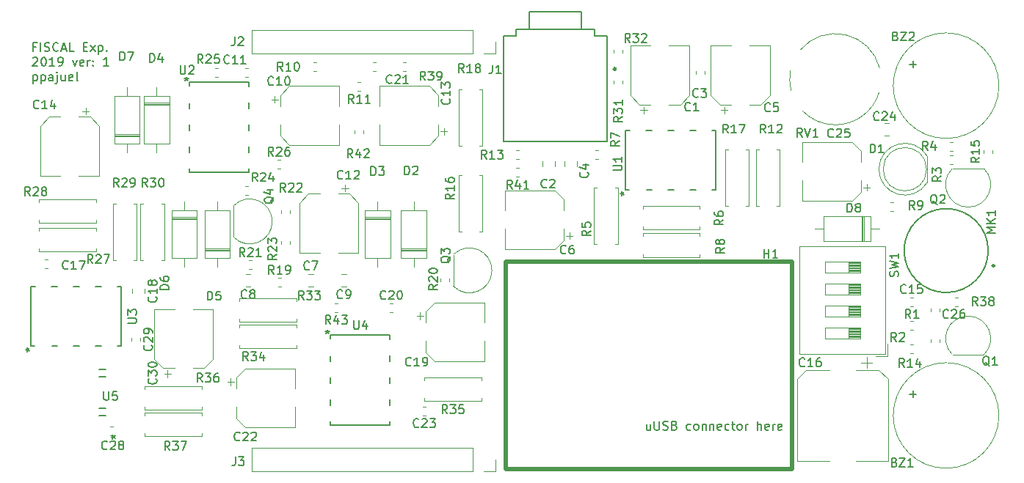
<source format=gto>
G04 #@! TF.GenerationSoftware,KiCad,Pcbnew,5.0.2-bee76a0~70~ubuntu16.04.1*
G04 #@! TF.CreationDate,2019-09-22T20:04:43+02:00*
G04 #@! TF.ProjectId,fiscal,66697363-616c-42e6-9b69-6361645f7063,v01*
G04 #@! TF.SameCoordinates,Original*
G04 #@! TF.FileFunction,Legend,Top*
G04 #@! TF.FilePolarity,Positive*
%FSLAX46Y46*%
G04 Gerber Fmt 4.6, Leading zero omitted, Abs format (unit mm)*
G04 Created by KiCad (PCBNEW 5.0.2-bee76a0~70~ubuntu16.04.1) date dom 22 sep 2019 20:04:43 CEST*
%MOMM*%
%LPD*%
G01*
G04 APERTURE LIST*
%ADD10C,0.177800*%
%ADD11C,0.120000*%
%ADD12C,0.500000*%
%ADD13C,0.127000*%
%ADD14C,0.304800*%
%ADD15C,0.300000*%
%ADD16C,0.152400*%
%ADD17C,0.150000*%
G04 APERTURE END LIST*
D10*
X117282141Y-65345128D02*
X116943474Y-65345128D01*
X116943474Y-65877319D02*
X116943474Y-64861319D01*
X117427284Y-64861319D01*
X117814331Y-65877319D02*
X117814331Y-64861319D01*
X118249760Y-65828938D02*
X118394903Y-65877319D01*
X118636808Y-65877319D01*
X118733570Y-65828938D01*
X118781950Y-65780557D01*
X118830331Y-65683795D01*
X118830331Y-65587033D01*
X118781950Y-65490271D01*
X118733570Y-65441890D01*
X118636808Y-65393509D01*
X118443284Y-65345128D01*
X118346522Y-65296747D01*
X118298141Y-65248366D01*
X118249760Y-65151604D01*
X118249760Y-65054842D01*
X118298141Y-64958080D01*
X118346522Y-64909700D01*
X118443284Y-64861319D01*
X118685189Y-64861319D01*
X118830331Y-64909700D01*
X119846331Y-65780557D02*
X119797950Y-65828938D01*
X119652808Y-65877319D01*
X119556046Y-65877319D01*
X119410903Y-65828938D01*
X119314141Y-65732176D01*
X119265760Y-65635414D01*
X119217379Y-65441890D01*
X119217379Y-65296747D01*
X119265760Y-65103223D01*
X119314141Y-65006461D01*
X119410903Y-64909700D01*
X119556046Y-64861319D01*
X119652808Y-64861319D01*
X119797950Y-64909700D01*
X119846331Y-64958080D01*
X120233379Y-65587033D02*
X120717189Y-65587033D01*
X120136617Y-65877319D02*
X120475284Y-64861319D01*
X120813950Y-65877319D01*
X121636427Y-65877319D02*
X121152617Y-65877319D01*
X121152617Y-64861319D01*
X122749189Y-65345128D02*
X123087855Y-65345128D01*
X123232998Y-65877319D02*
X122749189Y-65877319D01*
X122749189Y-64861319D01*
X123232998Y-64861319D01*
X123571665Y-65877319D02*
X124103855Y-65199985D01*
X123571665Y-65199985D02*
X124103855Y-65877319D01*
X124490903Y-65199985D02*
X124490903Y-66215985D01*
X124490903Y-65248366D02*
X124587665Y-65199985D01*
X124781189Y-65199985D01*
X124877950Y-65248366D01*
X124926331Y-65296747D01*
X124974712Y-65393509D01*
X124974712Y-65683795D01*
X124926331Y-65780557D01*
X124877950Y-65828938D01*
X124781189Y-65877319D01*
X124587665Y-65877319D01*
X124490903Y-65828938D01*
X125410141Y-65780557D02*
X125458522Y-65828938D01*
X125410141Y-65877319D01*
X125361760Y-65828938D01*
X125410141Y-65780557D01*
X125410141Y-65877319D01*
X116895093Y-66659880D02*
X116943474Y-66611500D01*
X117040236Y-66563119D01*
X117282141Y-66563119D01*
X117378903Y-66611500D01*
X117427284Y-66659880D01*
X117475665Y-66756642D01*
X117475665Y-66853404D01*
X117427284Y-66998547D01*
X116846712Y-67579119D01*
X117475665Y-67579119D01*
X118104617Y-66563119D02*
X118201379Y-66563119D01*
X118298141Y-66611500D01*
X118346522Y-66659880D01*
X118394903Y-66756642D01*
X118443284Y-66950166D01*
X118443284Y-67192071D01*
X118394903Y-67385595D01*
X118346522Y-67482357D01*
X118298141Y-67530738D01*
X118201379Y-67579119D01*
X118104617Y-67579119D01*
X118007855Y-67530738D01*
X117959474Y-67482357D01*
X117911093Y-67385595D01*
X117862712Y-67192071D01*
X117862712Y-66950166D01*
X117911093Y-66756642D01*
X117959474Y-66659880D01*
X118007855Y-66611500D01*
X118104617Y-66563119D01*
X119410903Y-67579119D02*
X118830331Y-67579119D01*
X119120617Y-67579119D02*
X119120617Y-66563119D01*
X119023855Y-66708261D01*
X118927093Y-66805023D01*
X118830331Y-66853404D01*
X119894712Y-67579119D02*
X120088236Y-67579119D01*
X120184998Y-67530738D01*
X120233379Y-67482357D01*
X120330141Y-67337214D01*
X120378522Y-67143690D01*
X120378522Y-66756642D01*
X120330141Y-66659880D01*
X120281760Y-66611500D01*
X120184998Y-66563119D01*
X119991474Y-66563119D01*
X119894712Y-66611500D01*
X119846331Y-66659880D01*
X119797950Y-66756642D01*
X119797950Y-66998547D01*
X119846331Y-67095309D01*
X119894712Y-67143690D01*
X119991474Y-67192071D01*
X120184998Y-67192071D01*
X120281760Y-67143690D01*
X120330141Y-67095309D01*
X120378522Y-66998547D01*
X121491284Y-66901785D02*
X121733189Y-67579119D01*
X121975093Y-66901785D01*
X122749189Y-67530738D02*
X122652427Y-67579119D01*
X122458903Y-67579119D01*
X122362141Y-67530738D01*
X122313760Y-67433976D01*
X122313760Y-67046928D01*
X122362141Y-66950166D01*
X122458903Y-66901785D01*
X122652427Y-66901785D01*
X122749189Y-66950166D01*
X122797570Y-67046928D01*
X122797570Y-67143690D01*
X122313760Y-67240452D01*
X123232998Y-67579119D02*
X123232998Y-66901785D01*
X123232998Y-67095309D02*
X123281379Y-66998547D01*
X123329760Y-66950166D01*
X123426522Y-66901785D01*
X123523284Y-66901785D01*
X123861950Y-67482357D02*
X123910331Y-67530738D01*
X123861950Y-67579119D01*
X123813570Y-67530738D01*
X123861950Y-67482357D01*
X123861950Y-67579119D01*
X123861950Y-66950166D02*
X123910331Y-66998547D01*
X123861950Y-67046928D01*
X123813570Y-66998547D01*
X123861950Y-66950166D01*
X123861950Y-67046928D01*
X125652046Y-67579119D02*
X125071474Y-67579119D01*
X125361760Y-67579119D02*
X125361760Y-66563119D01*
X125264998Y-66708261D01*
X125168236Y-66805023D01*
X125071474Y-66853404D01*
X116943474Y-68603585D02*
X116943474Y-69619585D01*
X116943474Y-68651966D02*
X117040236Y-68603585D01*
X117233760Y-68603585D01*
X117330522Y-68651966D01*
X117378903Y-68700347D01*
X117427284Y-68797109D01*
X117427284Y-69087395D01*
X117378903Y-69184157D01*
X117330522Y-69232538D01*
X117233760Y-69280919D01*
X117040236Y-69280919D01*
X116943474Y-69232538D01*
X117862712Y-68603585D02*
X117862712Y-69619585D01*
X117862712Y-68651966D02*
X117959474Y-68603585D01*
X118152998Y-68603585D01*
X118249760Y-68651966D01*
X118298141Y-68700347D01*
X118346522Y-68797109D01*
X118346522Y-69087395D01*
X118298141Y-69184157D01*
X118249760Y-69232538D01*
X118152998Y-69280919D01*
X117959474Y-69280919D01*
X117862712Y-69232538D01*
X119217379Y-69280919D02*
X119217379Y-68748728D01*
X119168998Y-68651966D01*
X119072236Y-68603585D01*
X118878712Y-68603585D01*
X118781950Y-68651966D01*
X119217379Y-69232538D02*
X119120617Y-69280919D01*
X118878712Y-69280919D01*
X118781950Y-69232538D01*
X118733570Y-69135776D01*
X118733570Y-69039014D01*
X118781950Y-68942252D01*
X118878712Y-68893871D01*
X119120617Y-68893871D01*
X119217379Y-68845490D01*
X119701189Y-68603585D02*
X119701189Y-69474442D01*
X119652808Y-69571204D01*
X119556046Y-69619585D01*
X119507665Y-69619585D01*
X119701189Y-68264919D02*
X119652808Y-68313300D01*
X119701189Y-68361680D01*
X119749570Y-68313300D01*
X119701189Y-68264919D01*
X119701189Y-68361680D01*
X120620427Y-68603585D02*
X120620427Y-69280919D01*
X120184998Y-68603585D02*
X120184998Y-69135776D01*
X120233379Y-69232538D01*
X120330141Y-69280919D01*
X120475284Y-69280919D01*
X120572046Y-69232538D01*
X120620427Y-69184157D01*
X121491284Y-69232538D02*
X121394522Y-69280919D01*
X121200998Y-69280919D01*
X121104236Y-69232538D01*
X121055855Y-69135776D01*
X121055855Y-68748728D01*
X121104236Y-68651966D01*
X121200998Y-68603585D01*
X121394522Y-68603585D01*
X121491284Y-68651966D01*
X121539665Y-68748728D01*
X121539665Y-68845490D01*
X121055855Y-68942252D01*
X122120236Y-69280919D02*
X122023474Y-69232538D01*
X121975093Y-69135776D01*
X121975093Y-68264919D01*
D11*
G04 #@! TO.C,C21*
X156102233Y-67181000D02*
X156444767Y-67181000D01*
X156102233Y-68201000D02*
X156444767Y-68201000D01*
G04 #@! TO.C,R31*
X183894000Y-69576767D02*
X183894000Y-69234233D01*
X184914000Y-69576767D02*
X184914000Y-69234233D01*
G04 #@! TO.C,R32*
X184914000Y-66084267D02*
X184914000Y-65741733D01*
X183894000Y-66084267D02*
X183894000Y-65741733D01*
G04 #@! TO.C,R39*
X159594733Y-67181000D02*
X159937267Y-67181000D01*
X159594733Y-68201000D02*
X159937267Y-68201000D01*
G04 #@! TO.C,R8*
X187293500Y-86895000D02*
X187293500Y-87225000D01*
X193833500Y-86895000D02*
X187293500Y-86895000D01*
X193833500Y-87225000D02*
X193833500Y-86895000D01*
X187293500Y-89635000D02*
X187293500Y-89305000D01*
X193833500Y-89635000D02*
X187293500Y-89635000D01*
X193833500Y-89305000D02*
X193833500Y-89635000D01*
G04 #@! TO.C,C5*
X201911000Y-65233500D02*
X199561000Y-65233500D01*
X195091000Y-65233500D02*
X197441000Y-65233500D01*
X195091000Y-70989063D02*
X195091000Y-65233500D01*
X201911000Y-70989063D02*
X201911000Y-65233500D01*
X200846563Y-72053500D02*
X199561000Y-72053500D01*
X196155437Y-72053500D02*
X197441000Y-72053500D01*
X196155437Y-72053500D02*
X195091000Y-70989063D01*
X200846563Y-72053500D02*
X201911000Y-70989063D01*
X196653500Y-73081000D02*
X196653500Y-72293500D01*
X196259750Y-72687250D02*
X197047250Y-72687250D01*
G04 #@! TO.C,C6*
X178795750Y-87585250D02*
X178795750Y-86797750D01*
X179189500Y-87191500D02*
X178402000Y-87191500D01*
X178162000Y-82998437D02*
X177097563Y-81934000D01*
X178162000Y-87689563D02*
X177097563Y-88754000D01*
X178162000Y-87689563D02*
X178162000Y-86404000D01*
X178162000Y-82998437D02*
X178162000Y-84284000D01*
X177097563Y-81934000D02*
X171342000Y-81934000D01*
X177097563Y-88754000D02*
X171342000Y-88754000D01*
X171342000Y-88754000D02*
X171342000Y-86404000D01*
X171342000Y-81934000D02*
X171342000Y-84284000D01*
G04 #@! TO.C,C1*
X192640000Y-65233500D02*
X190290000Y-65233500D01*
X185820000Y-65233500D02*
X188170000Y-65233500D01*
X185820000Y-70989063D02*
X185820000Y-65233500D01*
X192640000Y-70989063D02*
X192640000Y-65233500D01*
X191575563Y-72053500D02*
X190290000Y-72053500D01*
X186884437Y-72053500D02*
X188170000Y-72053500D01*
X186884437Y-72053500D02*
X185820000Y-70989063D01*
X191575563Y-72053500D02*
X192640000Y-70989063D01*
X187382500Y-73081000D02*
X187382500Y-72293500D01*
X186988750Y-72687250D02*
X187776250Y-72687250D01*
G04 #@! TO.C,C22*
X139720250Y-103676750D02*
X139720250Y-104464250D01*
X139326500Y-104070500D02*
X140114000Y-104070500D01*
X140354000Y-108263563D02*
X141418437Y-109328000D01*
X140354000Y-103572437D02*
X141418437Y-102508000D01*
X140354000Y-103572437D02*
X140354000Y-104858000D01*
X140354000Y-108263563D02*
X140354000Y-106978000D01*
X141418437Y-109328000D02*
X147174000Y-109328000D01*
X141418437Y-102508000D02*
X147174000Y-102508000D01*
X147174000Y-102508000D02*
X147174000Y-104858000D01*
X147174000Y-109328000D02*
X147174000Y-106978000D01*
G04 #@! TO.C,C10*
X152254000Y-76689000D02*
X152254000Y-74339000D01*
X152254000Y-69869000D02*
X152254000Y-72219000D01*
X146498437Y-69869000D02*
X152254000Y-69869000D01*
X146498437Y-76689000D02*
X152254000Y-76689000D01*
X145434000Y-75624563D02*
X145434000Y-74339000D01*
X145434000Y-70933437D02*
X145434000Y-72219000D01*
X145434000Y-70933437D02*
X146498437Y-69869000D01*
X145434000Y-75624563D02*
X146498437Y-76689000D01*
X144406500Y-71431500D02*
X145194000Y-71431500D01*
X144800250Y-71037750D02*
X144800250Y-71825250D01*
G04 #@! TO.C,C13*
X164317750Y-75520250D02*
X164317750Y-74732750D01*
X164711500Y-75126500D02*
X163924000Y-75126500D01*
X163684000Y-70933437D02*
X162619563Y-69869000D01*
X163684000Y-75624563D02*
X162619563Y-76689000D01*
X163684000Y-75624563D02*
X163684000Y-74339000D01*
X163684000Y-70933437D02*
X163684000Y-72219000D01*
X162619563Y-69869000D02*
X156864000Y-69869000D01*
X162619563Y-76689000D02*
X156864000Y-76689000D01*
X156864000Y-76689000D02*
X156864000Y-74339000D01*
X156864000Y-69869000D02*
X156864000Y-72219000D01*
G04 #@! TO.C,C14*
X117748000Y-80245000D02*
X120098000Y-80245000D01*
X124568000Y-80245000D02*
X122218000Y-80245000D01*
X124568000Y-74489437D02*
X124568000Y-80245000D01*
X117748000Y-74489437D02*
X117748000Y-80245000D01*
X118812437Y-73425000D02*
X120098000Y-73425000D01*
X123503563Y-73425000D02*
X122218000Y-73425000D01*
X123503563Y-73425000D02*
X124568000Y-74489437D01*
X118812437Y-73425000D02*
X117748000Y-74489437D01*
X123005500Y-72397500D02*
X123005500Y-73185000D01*
X123399250Y-72791250D02*
X122611750Y-72791250D01*
G04 #@! TO.C,C19*
X161564250Y-96056750D02*
X161564250Y-96844250D01*
X161170500Y-96450500D02*
X161958000Y-96450500D01*
X162198000Y-100643563D02*
X163262437Y-101708000D01*
X162198000Y-95952437D02*
X163262437Y-94888000D01*
X162198000Y-95952437D02*
X162198000Y-97238000D01*
X162198000Y-100643563D02*
X162198000Y-99358000D01*
X163262437Y-101708000D02*
X169018000Y-101708000D01*
X163262437Y-94888000D02*
X169018000Y-94888000D01*
X169018000Y-94888000D02*
X169018000Y-97238000D01*
X169018000Y-101708000D02*
X169018000Y-99358000D01*
G04 #@! TO.C,C25*
X205632000Y-76346000D02*
X205632000Y-78696000D01*
X205632000Y-83166000D02*
X205632000Y-80816000D01*
X211387563Y-83166000D02*
X205632000Y-83166000D01*
X211387563Y-76346000D02*
X205632000Y-76346000D01*
X212452000Y-77410437D02*
X212452000Y-78696000D01*
X212452000Y-82101563D02*
X212452000Y-80816000D01*
X212452000Y-82101563D02*
X211387563Y-83166000D01*
X212452000Y-77410437D02*
X211387563Y-76346000D01*
X213479500Y-81603500D02*
X212692000Y-81603500D01*
X213085750Y-81997250D02*
X213085750Y-81209750D01*
G04 #@! TO.C,C30*
X132060210Y-103126790D02*
X132847710Y-103126790D01*
X132453960Y-103520540D02*
X132453960Y-102733040D01*
X136647023Y-102493040D02*
X137711460Y-101428603D01*
X131955897Y-102493040D02*
X130891460Y-101428603D01*
X131955897Y-102493040D02*
X133241460Y-102493040D01*
X136647023Y-102493040D02*
X135361460Y-102493040D01*
X137711460Y-101428603D02*
X137711460Y-95673040D01*
X130891460Y-101428603D02*
X130891460Y-95673040D01*
X130891460Y-95673040D02*
X133241460Y-95673040D01*
X137711460Y-95673040D02*
X135361460Y-95673040D01*
G04 #@! TO.C,C12*
X147656500Y-89135000D02*
X150006500Y-89135000D01*
X154476500Y-89135000D02*
X152126500Y-89135000D01*
X154476500Y-83379437D02*
X154476500Y-89135000D01*
X147656500Y-83379437D02*
X147656500Y-89135000D01*
X148720937Y-82315000D02*
X150006500Y-82315000D01*
X153412063Y-82315000D02*
X152126500Y-82315000D01*
X153412063Y-82315000D02*
X154476500Y-83379437D01*
X148720937Y-82315000D02*
X147656500Y-83379437D01*
X152914000Y-81287500D02*
X152914000Y-82075000D01*
X153307750Y-81681250D02*
X152520250Y-81681250D01*
G04 #@! TO.C,BZ1*
X228340000Y-107950000D02*
G75*
G03X228340000Y-107950000I-6100000J0D01*
G01*
G04 #@! TO.C,BZ2*
X228340000Y-69850000D02*
G75*
G03X228340000Y-69850000I-6100000J0D01*
G01*
G04 #@! TO.C,C2*
X177113000Y-79137252D02*
X177113000Y-78614748D01*
X175693000Y-79137252D02*
X175693000Y-78614748D01*
G04 #@! TO.C,C3*
X193355500Y-68154733D02*
X193355500Y-68497267D01*
X194375500Y-68154733D02*
X194375500Y-68497267D01*
G04 #@! TO.C,C4*
X179653000Y-79137252D02*
X179653000Y-78614748D01*
X178233000Y-79137252D02*
X178233000Y-78614748D01*
G04 #@! TO.C,C7*
X148709748Y-93039000D02*
X149232252Y-93039000D01*
X148709748Y-91619000D02*
X149232252Y-91619000D01*
G04 #@! TO.C,C8*
X141993252Y-91619000D02*
X141470748Y-91619000D01*
X141993252Y-93039000D02*
X141470748Y-93039000D01*
G04 #@! TO.C,C9*
X153042252Y-91619000D02*
X152519748Y-91619000D01*
X153042252Y-93039000D02*
X152519748Y-93039000D01*
G04 #@! TO.C,C11*
X141776267Y-67816000D02*
X141433733Y-67816000D01*
X141776267Y-68836000D02*
X141433733Y-68836000D01*
G04 #@! TO.C,C15*
X218078233Y-95315500D02*
X218420767Y-95315500D01*
X218078233Y-94295500D02*
X218420767Y-94295500D01*
G04 #@! TO.C,C16*
X213697000Y-101825000D02*
X212447000Y-101825000D01*
X213072000Y-101200000D02*
X213072000Y-102450000D01*
X206116437Y-102690000D02*
X205052000Y-103754437D01*
X214507563Y-102690000D02*
X215572000Y-103754437D01*
X214507563Y-102690000D02*
X211822000Y-102690000D01*
X206116437Y-102690000D02*
X208802000Y-102690000D01*
X205052000Y-103754437D02*
X205052000Y-113210000D01*
X215572000Y-103754437D02*
X215572000Y-113210000D01*
X215572000Y-113210000D02*
X211822000Y-113210000D01*
X205052000Y-113210000D02*
X208802000Y-113210000D01*
G04 #@! TO.C,C17*
X118662267Y-89914000D02*
X118319733Y-89914000D01*
X118662267Y-90934000D02*
X118319733Y-90934000D01*
G04 #@! TO.C,C18*
X129805500Y-93860252D02*
X129805500Y-93337748D01*
X128385500Y-93860252D02*
X128385500Y-93337748D01*
G04 #@! TO.C,C20*
X158070733Y-96014000D02*
X158413267Y-96014000D01*
X158070733Y-94994000D02*
X158413267Y-94994000D01*
G04 #@! TO.C,C23*
X162223267Y-106932000D02*
X161880733Y-106932000D01*
X162223267Y-107952000D02*
X161880733Y-107952000D01*
G04 #@! TO.C,C24*
X215653252Y-74220000D02*
X215130748Y-74220000D01*
X215653252Y-75640000D02*
X215130748Y-75640000D01*
G04 #@! TO.C,C26*
X220470000Y-95586733D02*
X220470000Y-95929267D01*
X221490000Y-95586733D02*
X221490000Y-95929267D01*
G04 #@! TO.C,C28*
X126155267Y-109218000D02*
X125812733Y-109218000D01*
X126155267Y-110238000D02*
X125812733Y-110238000D01*
G04 #@! TO.C,C29*
X129288000Y-99358267D02*
X129288000Y-99015733D01*
X128268000Y-99358267D02*
X128268000Y-99015733D01*
G04 #@! TO.C,D1*
X220047500Y-81047000D02*
X220047500Y-77957000D01*
X219987500Y-79502000D02*
G75*
G03X219987500Y-79502000I-2500000J0D01*
G01*
X214497500Y-79502462D02*
G75*
G02X220047500Y-77957170I2990000J462D01*
G01*
X214497500Y-79501538D02*
G75*
G03X220047500Y-81046830I2990000J-462D01*
G01*
G04 #@! TO.C,D2*
X159375500Y-88935000D02*
X162315500Y-88935000D01*
X159375500Y-88695000D02*
X162315500Y-88695000D01*
X159375500Y-88815000D02*
X162315500Y-88815000D01*
X160845500Y-83255000D02*
X160845500Y-84275000D01*
X160845500Y-90735000D02*
X160845500Y-89715000D01*
X159375500Y-84275000D02*
X159375500Y-89715000D01*
X162315500Y-84275000D02*
X159375500Y-84275000D01*
X162315500Y-89715000D02*
X162315500Y-84275000D01*
X159375500Y-89715000D02*
X162315500Y-89715000D01*
G04 #@! TO.C,D3*
X158124500Y-85055000D02*
X155184500Y-85055000D01*
X158124500Y-85295000D02*
X155184500Y-85295000D01*
X158124500Y-85175000D02*
X155184500Y-85175000D01*
X156654500Y-90735000D02*
X156654500Y-89715000D01*
X156654500Y-83255000D02*
X156654500Y-84275000D01*
X158124500Y-89715000D02*
X158124500Y-84275000D01*
X155184500Y-89715000D02*
X158124500Y-89715000D01*
X155184500Y-84275000D02*
X155184500Y-89715000D01*
X158124500Y-84275000D02*
X155184500Y-84275000D01*
G04 #@! TO.C,D4*
X132661000Y-71847000D02*
X129721000Y-71847000D01*
X132661000Y-72087000D02*
X129721000Y-72087000D01*
X132661000Y-71967000D02*
X129721000Y-71967000D01*
X131191000Y-77527000D02*
X131191000Y-76507000D01*
X131191000Y-70047000D02*
X131191000Y-71067000D01*
X132661000Y-76507000D02*
X132661000Y-71067000D01*
X129721000Y-76507000D02*
X132661000Y-76507000D01*
X129721000Y-71067000D02*
X129721000Y-76507000D01*
X132661000Y-71067000D02*
X129721000Y-71067000D01*
G04 #@! TO.C,D5*
X136706000Y-88935000D02*
X139646000Y-88935000D01*
X136706000Y-88695000D02*
X139646000Y-88695000D01*
X136706000Y-88815000D02*
X139646000Y-88815000D01*
X138176000Y-83255000D02*
X138176000Y-84275000D01*
X138176000Y-90735000D02*
X138176000Y-89715000D01*
X136706000Y-84275000D02*
X136706000Y-89715000D01*
X139646000Y-84275000D02*
X136706000Y-84275000D01*
X139646000Y-89715000D02*
X139646000Y-84275000D01*
X136706000Y-89715000D02*
X139646000Y-89715000D01*
G04 #@! TO.C,D6*
X135836000Y-85055000D02*
X132896000Y-85055000D01*
X135836000Y-85295000D02*
X132896000Y-85295000D01*
X135836000Y-85175000D02*
X132896000Y-85175000D01*
X134366000Y-90735000D02*
X134366000Y-89715000D01*
X134366000Y-83255000D02*
X134366000Y-84275000D01*
X135836000Y-89715000D02*
X135836000Y-84275000D01*
X132896000Y-89715000D02*
X135836000Y-89715000D01*
X132896000Y-84275000D02*
X132896000Y-89715000D01*
X135836000Y-84275000D02*
X132896000Y-84275000D01*
G04 #@! TO.C,D7*
X126292000Y-75727000D02*
X129232000Y-75727000D01*
X126292000Y-75487000D02*
X129232000Y-75487000D01*
X126292000Y-75607000D02*
X129232000Y-75607000D01*
X127762000Y-70047000D02*
X127762000Y-71067000D01*
X127762000Y-77527000D02*
X127762000Y-76507000D01*
X126292000Y-71067000D02*
X126292000Y-76507000D01*
X129232000Y-71067000D02*
X126292000Y-71067000D01*
X129232000Y-76507000D02*
X129232000Y-71067000D01*
X126292000Y-76507000D02*
X129232000Y-76507000D01*
G04 #@! TO.C,D8*
X212760000Y-87830000D02*
X212760000Y-84890000D01*
X212520000Y-87830000D02*
X212520000Y-84890000D01*
X212640000Y-87830000D02*
X212640000Y-84890000D01*
X207080000Y-86360000D02*
X208100000Y-86360000D01*
X214560000Y-86360000D02*
X213540000Y-86360000D01*
X208100000Y-87830000D02*
X213540000Y-87830000D01*
X208100000Y-84890000D02*
X208100000Y-87830000D01*
X213540000Y-84890000D02*
X208100000Y-84890000D01*
X213540000Y-87830000D02*
X213540000Y-84890000D01*
D12*
G04 #@! TO.C,H1*
X171470000Y-114170000D02*
X204470000Y-114170000D01*
X171470000Y-90170000D02*
X204470000Y-90170000D01*
X171470000Y-90170000D02*
X171470000Y-114170000D01*
X204470000Y-90170000D02*
X204470000Y-114170000D01*
D13*
G04 #@! TO.C,J1*
X180165000Y-61311000D02*
X174165000Y-61311000D01*
X181665000Y-63311000D02*
X180165000Y-63311000D01*
X180165000Y-63311000D02*
X174165000Y-63311000D01*
X174165000Y-63311000D02*
X172665000Y-63311000D01*
X183165000Y-76311000D02*
X171165000Y-76311000D01*
X181665000Y-64111000D02*
X183165000Y-64111000D01*
X183165000Y-64111000D02*
X183165000Y-76311000D01*
X171165000Y-76311000D02*
X171165000Y-64111000D01*
X171165000Y-64111000D02*
X172665000Y-64111000D01*
X180165000Y-61311000D02*
X180165000Y-63311000D01*
X174165000Y-61311000D02*
X174165000Y-63311000D01*
X181665000Y-63311000D02*
X181665000Y-64111000D01*
X172665000Y-64111000D02*
X172665000Y-63311000D01*
D14*
X184123000Y-67921000D02*
G75*
G03X184123000Y-67921000I-100000J0D01*
G01*
D11*
G04 #@! TO.C,J2*
X170240000Y-64770000D02*
X170240000Y-66100000D01*
X170240000Y-66100000D02*
X168910000Y-66100000D01*
X167640000Y-66100000D02*
X142180000Y-66100000D01*
X142180000Y-63440000D02*
X142180000Y-66100000D01*
X167640000Y-63440000D02*
X142180000Y-63440000D01*
X167640000Y-63440000D02*
X167640000Y-66100000D01*
G04 #@! TO.C,J3*
X170240000Y-113030000D02*
X170240000Y-114360000D01*
X170240000Y-114360000D02*
X168910000Y-114360000D01*
X167640000Y-114360000D02*
X142180000Y-114360000D01*
X142180000Y-111700000D02*
X142180000Y-114360000D01*
X167640000Y-111700000D02*
X142180000Y-111700000D01*
X167640000Y-111700000D02*
X167640000Y-114360000D01*
D13*
G04 #@! TO.C,MK1*
X227100000Y-88900000D02*
G75*
G03X227100000Y-88900000I-4850000J0D01*
G01*
D15*
X227793000Y-90641000D02*
G75*
G03X227793000Y-90641000I-100000J0D01*
G01*
D11*
G04 #@! TO.C,Q1*
X226628478Y-100898478D02*
G75*
G03X224790000Y-96460000I-1838478J1838478D01*
G01*
X222951522Y-100898478D02*
G75*
G02X224790000Y-96460000I1838478J1838478D01*
G01*
X222990000Y-100910000D02*
X226590000Y-100910000D01*
G04 #@! TO.C,Q2*
X222951522Y-79441522D02*
G75*
G03X224790000Y-83880000I1838478J-1838478D01*
G01*
X226628478Y-79441522D02*
G75*
G02X224790000Y-83880000I-1838478J-1838478D01*
G01*
X226590000Y-79430000D02*
X222990000Y-79430000D01*
G04 #@! TO.C,Q3*
X165420522Y-93024478D02*
G75*
G03X169859000Y-91186000I1838478J1838478D01*
G01*
X165420522Y-89347522D02*
G75*
G02X169859000Y-91186000I1838478J-1838478D01*
G01*
X165409000Y-89386000D02*
X165409000Y-92986000D01*
G04 #@! TO.C,Q4*
X140084022Y-87372978D02*
G75*
G03X144522500Y-85534500I1838478J1838478D01*
G01*
X140084022Y-83696022D02*
G75*
G02X144522500Y-85534500I1838478J-1838478D01*
G01*
X140072500Y-83734500D02*
X140072500Y-87334500D01*
G04 #@! TO.C,R1*
X218420767Y-97026000D02*
X218078233Y-97026000D01*
X218420767Y-98046000D02*
X218078233Y-98046000D01*
G04 #@! TO.C,R2*
X218078233Y-100776500D02*
X218420767Y-100776500D01*
X218078233Y-99756500D02*
X218420767Y-99756500D01*
G04 #@! TO.C,R3*
X222650233Y-78932500D02*
X222992767Y-78932500D01*
X222650233Y-77912500D02*
X222992767Y-77912500D01*
G04 #@! TO.C,R4*
X222650233Y-77408500D02*
X222992767Y-77408500D01*
X222650233Y-76388500D02*
X222992767Y-76388500D01*
G04 #@! TO.C,R5*
X184377000Y-81629500D02*
X184047000Y-81629500D01*
X184377000Y-88169500D02*
X184377000Y-81629500D01*
X184047000Y-88169500D02*
X184377000Y-88169500D01*
X181637000Y-81629500D02*
X181967000Y-81629500D01*
X181637000Y-88169500D02*
X181637000Y-81629500D01*
X181967000Y-88169500D02*
X181637000Y-88169500D01*
G04 #@! TO.C,R6*
X187293500Y-83720000D02*
X187293500Y-84050000D01*
X193833500Y-83720000D02*
X187293500Y-83720000D01*
X193833500Y-84050000D02*
X193833500Y-83720000D01*
X187293500Y-86460000D02*
X187293500Y-86130000D01*
X193833500Y-86460000D02*
X187293500Y-86460000D01*
X193833500Y-86130000D02*
X193833500Y-86460000D01*
G04 #@! TO.C,R7*
X181819733Y-78361000D02*
X182162267Y-78361000D01*
X181819733Y-77341000D02*
X182162267Y-77341000D01*
G04 #@! TO.C,R9*
X216184267Y-83310000D02*
X215841733Y-83310000D01*
X216184267Y-84330000D02*
X215841733Y-84330000D01*
G04 #@! TO.C,R10*
X149650267Y-67181000D02*
X149307733Y-67181000D01*
X149650267Y-68201000D02*
X149307733Y-68201000D01*
G04 #@! TO.C,R11*
X154730267Y-69467000D02*
X154387733Y-69467000D01*
X154730267Y-70487000D02*
X154387733Y-70487000D01*
G04 #@! TO.C,R12*
X203046000Y-77248000D02*
X202716000Y-77248000D01*
X203046000Y-83788000D02*
X203046000Y-77248000D01*
X202716000Y-83788000D02*
X203046000Y-83788000D01*
X200306000Y-77248000D02*
X200636000Y-77248000D01*
X200306000Y-83788000D02*
X200306000Y-77248000D01*
X200636000Y-83788000D02*
X200306000Y-83788000D01*
G04 #@! TO.C,R13*
X173018267Y-77341000D02*
X172675733Y-77341000D01*
X173018267Y-78361000D02*
X172675733Y-78361000D01*
G04 #@! TO.C,R14*
X220470000Y-99142733D02*
X220470000Y-99485267D01*
X221490000Y-99142733D02*
X221490000Y-99485267D01*
G04 #@! TO.C,R15*
X227586000Y-77655267D02*
X227586000Y-77312733D01*
X226566000Y-77655267D02*
X226566000Y-77312733D01*
G04 #@! TO.C,R16*
X166016000Y-86709000D02*
X166346000Y-86709000D01*
X166016000Y-80169000D02*
X166016000Y-86709000D01*
X166346000Y-80169000D02*
X166016000Y-80169000D01*
X168756000Y-86709000D02*
X168426000Y-86709000D01*
X168756000Y-80169000D02*
X168756000Y-86709000D01*
X168426000Y-80169000D02*
X168756000Y-80169000D01*
G04 #@! TO.C,R17*
X196750000Y-83788000D02*
X197080000Y-83788000D01*
X196750000Y-77248000D02*
X196750000Y-83788000D01*
X197080000Y-77248000D02*
X196750000Y-77248000D01*
X199490000Y-83788000D02*
X199160000Y-83788000D01*
X199490000Y-77248000D02*
X199490000Y-83788000D01*
X199160000Y-77248000D02*
X199490000Y-77248000D01*
G04 #@! TO.C,R18*
X168756000Y-70263000D02*
X168426000Y-70263000D01*
X168756000Y-76803000D02*
X168756000Y-70263000D01*
X168426000Y-76803000D02*
X168756000Y-76803000D01*
X166016000Y-70263000D02*
X166346000Y-70263000D01*
X166016000Y-76803000D02*
X166016000Y-70263000D01*
X166346000Y-76803000D02*
X166016000Y-76803000D01*
G04 #@! TO.C,R19*
X145180233Y-93093000D02*
X145522767Y-93093000D01*
X145180233Y-92073000D02*
X145522767Y-92073000D01*
G04 #@! TO.C,R20*
X163955000Y-92094233D02*
X163955000Y-92436767D01*
X164975000Y-92094233D02*
X164975000Y-92436767D01*
G04 #@! TO.C,R21*
X141814733Y-91061000D02*
X142157267Y-91061000D01*
X141814733Y-90041000D02*
X142157267Y-90041000D01*
G04 #@! TO.C,R22*
X145540000Y-84283733D02*
X145540000Y-84626267D01*
X146560000Y-84283733D02*
X146560000Y-84626267D01*
G04 #@! TO.C,R23*
X145540000Y-87839733D02*
X145540000Y-88182267D01*
X146560000Y-87839733D02*
X146560000Y-88182267D01*
G04 #@! TO.C,R24*
X141370233Y-82488500D02*
X141712767Y-82488500D01*
X141370233Y-81468500D02*
X141712767Y-81468500D01*
G04 #@! TO.C,R25*
X138283767Y-67816000D02*
X137941233Y-67816000D01*
X138283767Y-68836000D02*
X137941233Y-68836000D01*
G04 #@! TO.C,R26*
X145116733Y-79440500D02*
X145459267Y-79440500D01*
X145116733Y-78420500D02*
X145459267Y-78420500D01*
G04 #@! TO.C,R27*
X117634000Y-86260000D02*
X117634000Y-86590000D01*
X124174000Y-86260000D02*
X117634000Y-86260000D01*
X124174000Y-86590000D02*
X124174000Y-86260000D01*
X117634000Y-89000000D02*
X117634000Y-88670000D01*
X124174000Y-89000000D02*
X117634000Y-89000000D01*
X124174000Y-88670000D02*
X124174000Y-89000000D01*
G04 #@! TO.C,R28*
X124174000Y-85698000D02*
X124174000Y-85368000D01*
X117634000Y-85698000D02*
X124174000Y-85698000D01*
X117634000Y-85368000D02*
X117634000Y-85698000D01*
X124174000Y-82958000D02*
X124174000Y-83288000D01*
X117634000Y-82958000D02*
X124174000Y-82958000D01*
X117634000Y-83288000D02*
X117634000Y-82958000D01*
G04 #@! TO.C,R29*
X128878000Y-83471000D02*
X128548000Y-83471000D01*
X128878000Y-90011000D02*
X128878000Y-83471000D01*
X128548000Y-90011000D02*
X128878000Y-90011000D01*
X126138000Y-83471000D02*
X126468000Y-83471000D01*
X126138000Y-90011000D02*
X126138000Y-83471000D01*
X126468000Y-90011000D02*
X126138000Y-90011000D01*
G04 #@! TO.C,R30*
X129313000Y-90011000D02*
X129643000Y-90011000D01*
X129313000Y-83471000D02*
X129313000Y-90011000D01*
X129643000Y-83471000D02*
X129313000Y-83471000D01*
X132053000Y-90011000D02*
X131723000Y-90011000D01*
X132053000Y-83471000D02*
X132053000Y-90011000D01*
X131723000Y-83471000D02*
X132053000Y-83471000D01*
G04 #@! TO.C,R33*
X140748000Y-94388000D02*
X140748000Y-94718000D01*
X147288000Y-94388000D02*
X140748000Y-94388000D01*
X147288000Y-94718000D02*
X147288000Y-94388000D01*
X140748000Y-97128000D02*
X140748000Y-96798000D01*
X147288000Y-97128000D02*
X140748000Y-97128000D01*
X147288000Y-96798000D02*
X147288000Y-97128000D01*
G04 #@! TO.C,R34*
X140748000Y-97436000D02*
X140748000Y-97766000D01*
X147288000Y-97436000D02*
X140748000Y-97436000D01*
X147288000Y-97766000D02*
X147288000Y-97436000D01*
X140748000Y-100176000D02*
X140748000Y-99846000D01*
X147288000Y-100176000D02*
X140748000Y-100176000D01*
X147288000Y-99846000D02*
X147288000Y-100176000D01*
G04 #@! TO.C,R35*
X162084000Y-103532000D02*
X162084000Y-103862000D01*
X168624000Y-103532000D02*
X162084000Y-103532000D01*
X168624000Y-103862000D02*
X168624000Y-103532000D01*
X162084000Y-106272000D02*
X162084000Y-105942000D01*
X168624000Y-106272000D02*
X162084000Y-106272000D01*
X168624000Y-105942000D02*
X168624000Y-106272000D01*
G04 #@! TO.C,R36*
X129826000Y-104548000D02*
X129826000Y-104878000D01*
X136366000Y-104548000D02*
X129826000Y-104548000D01*
X136366000Y-104878000D02*
X136366000Y-104548000D01*
X129826000Y-107288000D02*
X129826000Y-106958000D01*
X136366000Y-107288000D02*
X129826000Y-107288000D01*
X136366000Y-106958000D02*
X136366000Y-107288000D01*
G04 #@! TO.C,R37*
X129826000Y-107596000D02*
X129826000Y-107926000D01*
X136366000Y-107596000D02*
X129826000Y-107596000D01*
X136366000Y-107926000D02*
X136366000Y-107596000D01*
X129826000Y-110336000D02*
X129826000Y-110006000D01*
X136366000Y-110336000D02*
X129826000Y-110336000D01*
X136366000Y-110006000D02*
X136366000Y-110336000D01*
G04 #@! TO.C,R38*
X223285233Y-95315500D02*
X223627767Y-95315500D01*
X223285233Y-94295500D02*
X223627767Y-94295500D01*
G04 #@! TO.C,R41*
X173018267Y-79373000D02*
X172675733Y-79373000D01*
X173018267Y-80393000D02*
X172675733Y-80393000D01*
G04 #@! TO.C,R42*
X155069000Y-75355267D02*
X155069000Y-75012733D01*
X154049000Y-75355267D02*
X154049000Y-75012733D01*
G04 #@! TO.C,R43*
X152063267Y-94994000D02*
X151720733Y-94994000D01*
X152063267Y-96014000D02*
X151720733Y-96014000D01*
G04 #@! TO.C,RV1*
X209562030Y-74374357D02*
G75*
G02X205679000Y-72766000I-92030J5269357D01*
G01*
X204355609Y-70379881D02*
G75*
G02X204296000Y-68099000I5114391J1274881D01*
G01*
X205433379Y-65716525D02*
G75*
G02X214584000Y-67831000I4036621J-3388475D01*
G01*
X214509726Y-70645799D02*
G75*
G02X209470000Y-74375000I-5039726J1540799D01*
G01*
G04 #@! TO.C,SW1*
X210988667Y-91440000D02*
X210988667Y-90170000D01*
X212342000Y-90240000D02*
X210988667Y-90240000D01*
X212342000Y-90360000D02*
X210988667Y-90360000D01*
X212342000Y-90480000D02*
X210988667Y-90480000D01*
X212342000Y-90600000D02*
X210988667Y-90600000D01*
X212342000Y-90720000D02*
X210988667Y-90720000D01*
X212342000Y-90840000D02*
X210988667Y-90840000D01*
X212342000Y-90960000D02*
X210988667Y-90960000D01*
X212342000Y-91080000D02*
X210988667Y-91080000D01*
X212342000Y-91200000D02*
X210988667Y-91200000D01*
X212342000Y-91320000D02*
X210988667Y-91320000D01*
X208282000Y-91440000D02*
X212342000Y-91440000D01*
X208282000Y-90170000D02*
X208282000Y-91440000D01*
X212342000Y-90170000D02*
X208282000Y-90170000D01*
X212342000Y-91440000D02*
X212342000Y-90170000D01*
X210988667Y-93980000D02*
X210988667Y-92710000D01*
X212342000Y-92780000D02*
X210988667Y-92780000D01*
X212342000Y-92900000D02*
X210988667Y-92900000D01*
X212342000Y-93020000D02*
X210988667Y-93020000D01*
X212342000Y-93140000D02*
X210988667Y-93140000D01*
X212342000Y-93260000D02*
X210988667Y-93260000D01*
X212342000Y-93380000D02*
X210988667Y-93380000D01*
X212342000Y-93500000D02*
X210988667Y-93500000D01*
X212342000Y-93620000D02*
X210988667Y-93620000D01*
X212342000Y-93740000D02*
X210988667Y-93740000D01*
X212342000Y-93860000D02*
X210988667Y-93860000D01*
X208282000Y-93980000D02*
X212342000Y-93980000D01*
X208282000Y-92710000D02*
X208282000Y-93980000D01*
X212342000Y-92710000D02*
X208282000Y-92710000D01*
X212342000Y-93980000D02*
X212342000Y-92710000D01*
X210988667Y-96520000D02*
X210988667Y-95250000D01*
X212342000Y-95320000D02*
X210988667Y-95320000D01*
X212342000Y-95440000D02*
X210988667Y-95440000D01*
X212342000Y-95560000D02*
X210988667Y-95560000D01*
X212342000Y-95680000D02*
X210988667Y-95680000D01*
X212342000Y-95800000D02*
X210988667Y-95800000D01*
X212342000Y-95920000D02*
X210988667Y-95920000D01*
X212342000Y-96040000D02*
X210988667Y-96040000D01*
X212342000Y-96160000D02*
X210988667Y-96160000D01*
X212342000Y-96280000D02*
X210988667Y-96280000D01*
X212342000Y-96400000D02*
X210988667Y-96400000D01*
X208282000Y-96520000D02*
X212342000Y-96520000D01*
X208282000Y-95250000D02*
X208282000Y-96520000D01*
X212342000Y-95250000D02*
X208282000Y-95250000D01*
X212342000Y-96520000D02*
X212342000Y-95250000D01*
X210988667Y-99060000D02*
X210988667Y-97790000D01*
X212342000Y-97860000D02*
X210988667Y-97860000D01*
X212342000Y-97980000D02*
X210988667Y-97980000D01*
X212342000Y-98100000D02*
X210988667Y-98100000D01*
X212342000Y-98220000D02*
X210988667Y-98220000D01*
X212342000Y-98340000D02*
X210988667Y-98340000D01*
X212342000Y-98460000D02*
X210988667Y-98460000D01*
X212342000Y-98580000D02*
X210988667Y-98580000D01*
X212342000Y-98700000D02*
X210988667Y-98700000D01*
X212342000Y-98820000D02*
X210988667Y-98820000D01*
X212342000Y-98940000D02*
X210988667Y-98940000D01*
X208282000Y-99060000D02*
X212342000Y-99060000D01*
X208282000Y-97790000D02*
X208282000Y-99060000D01*
X212342000Y-97790000D02*
X208282000Y-97790000D01*
X212342000Y-99060000D02*
X212342000Y-97790000D01*
X215502000Y-101085000D02*
X215502000Y-99702000D01*
X215502000Y-101085000D02*
X214118000Y-101085000D01*
X205362000Y-100845000D02*
X205362000Y-88385000D01*
X215262000Y-100845000D02*
X215262000Y-88385000D01*
X215262000Y-88385000D02*
X205362000Y-88385000D01*
X215262000Y-100845000D02*
X205362000Y-100845000D01*
D16*
G04 #@! TO.C,U1*
X195707000Y-81915000D02*
X195707000Y-75057000D01*
X195707000Y-75057000D02*
X195254597Y-75057000D01*
X185293000Y-75057000D02*
X185293000Y-81915000D01*
X185293000Y-81915000D02*
X185671460Y-81915000D01*
X187708540Y-81915000D02*
X188285403Y-81915000D01*
X190174597Y-81915000D02*
X190825403Y-81915000D01*
X192714597Y-81915000D02*
X193365403Y-81915000D01*
X195254597Y-81915000D02*
X195707000Y-81915000D01*
X193365403Y-75057000D02*
X192714597Y-75057000D01*
X190825403Y-75057000D02*
X190174597Y-75057000D01*
X188285403Y-75057000D02*
X187634597Y-75057000D01*
X185745403Y-75057000D02*
X185293000Y-75057000D01*
G04 #@! TO.C,U2*
X135001000Y-79883000D02*
X141859000Y-79883000D01*
X141859000Y-79883000D02*
X141859000Y-79430597D01*
X141859000Y-69469000D02*
X135001000Y-69469000D01*
X135001000Y-69469000D02*
X135001000Y-69847460D01*
X135001000Y-71884540D02*
X135001000Y-72461403D01*
X135001000Y-74350597D02*
X135001000Y-75001403D01*
X135001000Y-76890597D02*
X135001000Y-77541403D01*
X135001000Y-79430597D02*
X135001000Y-79883000D01*
X141859000Y-77541403D02*
X141859000Y-76890597D01*
X141859000Y-75001403D02*
X141859000Y-74350597D01*
X141859000Y-72461403D02*
X141859000Y-71810597D01*
X141859000Y-69921403D02*
X141859000Y-69469000D01*
G04 #@! TO.C,U3*
X127127000Y-99949000D02*
X127127000Y-93091000D01*
X127127000Y-93091000D02*
X126674597Y-93091000D01*
X116713000Y-93091000D02*
X116713000Y-99949000D01*
X116713000Y-99949000D02*
X117091460Y-99949000D01*
X119128540Y-99949000D02*
X119705403Y-99949000D01*
X121594597Y-99949000D02*
X122245403Y-99949000D01*
X124134597Y-99949000D02*
X124785403Y-99949000D01*
X126674597Y-99949000D02*
X127127000Y-99949000D01*
X124785403Y-93091000D02*
X124134597Y-93091000D01*
X122245403Y-93091000D02*
X121594597Y-93091000D01*
X119705403Y-93091000D02*
X119054597Y-93091000D01*
X117165403Y-93091000D02*
X116713000Y-93091000D01*
G04 #@! TO.C,U4*
X151257000Y-109093000D02*
X158115000Y-109093000D01*
X158115000Y-109093000D02*
X158115000Y-108640597D01*
X158115000Y-98679000D02*
X151257000Y-98679000D01*
X151257000Y-98679000D02*
X151257000Y-99057460D01*
X151257000Y-101094540D02*
X151257000Y-101671403D01*
X151257000Y-103560597D02*
X151257000Y-104211403D01*
X151257000Y-106100597D02*
X151257000Y-106751403D01*
X151257000Y-108640597D02*
X151257000Y-109093000D01*
X158115000Y-106751403D02*
X158115000Y-106100597D01*
X158115000Y-104211403D02*
X158115000Y-103560597D01*
X158115000Y-101671403D02*
X158115000Y-101020597D01*
X158115000Y-99131403D02*
X158115000Y-98679000D01*
G04 #@! TO.C,U5*
X124589540Y-107977501D02*
X125303801Y-107977501D01*
X124589540Y-103477499D02*
X125303801Y-103477499D01*
X124589540Y-107088501D02*
X125303801Y-107088501D01*
X124589540Y-102588499D02*
X125303801Y-102588499D01*
G04 #@! TO.C,C21*
D17*
X158297642Y-69508642D02*
X158250023Y-69556261D01*
X158107166Y-69603880D01*
X158011928Y-69603880D01*
X157869071Y-69556261D01*
X157773833Y-69461023D01*
X157726214Y-69365785D01*
X157678595Y-69175309D01*
X157678595Y-69032452D01*
X157726214Y-68841976D01*
X157773833Y-68746738D01*
X157869071Y-68651500D01*
X158011928Y-68603880D01*
X158107166Y-68603880D01*
X158250023Y-68651500D01*
X158297642Y-68699119D01*
X158678595Y-68699119D02*
X158726214Y-68651500D01*
X158821452Y-68603880D01*
X159059547Y-68603880D01*
X159154785Y-68651500D01*
X159202404Y-68699119D01*
X159250023Y-68794357D01*
X159250023Y-68889595D01*
X159202404Y-69032452D01*
X158630976Y-69603880D01*
X159250023Y-69603880D01*
X160202404Y-69603880D02*
X159630976Y-69603880D01*
X159916690Y-69603880D02*
X159916690Y-68603880D01*
X159821452Y-68746738D01*
X159726214Y-68841976D01*
X159630976Y-68889595D01*
G04 #@! TO.C,R31*
X184919880Y-73413857D02*
X184443690Y-73747190D01*
X184919880Y-73985285D02*
X183919880Y-73985285D01*
X183919880Y-73604333D01*
X183967500Y-73509095D01*
X184015119Y-73461476D01*
X184110357Y-73413857D01*
X184253214Y-73413857D01*
X184348452Y-73461476D01*
X184396071Y-73509095D01*
X184443690Y-73604333D01*
X184443690Y-73985285D01*
X183919880Y-73080523D02*
X183919880Y-72461476D01*
X184300833Y-72794809D01*
X184300833Y-72651952D01*
X184348452Y-72556714D01*
X184396071Y-72509095D01*
X184491309Y-72461476D01*
X184729404Y-72461476D01*
X184824642Y-72509095D01*
X184872261Y-72556714D01*
X184919880Y-72651952D01*
X184919880Y-72937666D01*
X184872261Y-73032904D01*
X184824642Y-73080523D01*
X184919880Y-71509095D02*
X184919880Y-72080523D01*
X184919880Y-71794809D02*
X183919880Y-71794809D01*
X184062738Y-71890047D01*
X184157976Y-71985285D01*
X184205595Y-72080523D01*
G04 #@! TO.C,R32*
X185793142Y-64841380D02*
X185459809Y-64365190D01*
X185221714Y-64841380D02*
X185221714Y-63841380D01*
X185602666Y-63841380D01*
X185697904Y-63889000D01*
X185745523Y-63936619D01*
X185793142Y-64031857D01*
X185793142Y-64174714D01*
X185745523Y-64269952D01*
X185697904Y-64317571D01*
X185602666Y-64365190D01*
X185221714Y-64365190D01*
X186126476Y-63841380D02*
X186745523Y-63841380D01*
X186412190Y-64222333D01*
X186555047Y-64222333D01*
X186650285Y-64269952D01*
X186697904Y-64317571D01*
X186745523Y-64412809D01*
X186745523Y-64650904D01*
X186697904Y-64746142D01*
X186650285Y-64793761D01*
X186555047Y-64841380D01*
X186269333Y-64841380D01*
X186174095Y-64793761D01*
X186126476Y-64746142D01*
X187126476Y-63936619D02*
X187174095Y-63889000D01*
X187269333Y-63841380D01*
X187507428Y-63841380D01*
X187602666Y-63889000D01*
X187650285Y-63936619D01*
X187697904Y-64031857D01*
X187697904Y-64127095D01*
X187650285Y-64269952D01*
X187078857Y-64841380D01*
X187697904Y-64841380D01*
G04 #@! TO.C,R39*
X162171142Y-69222880D02*
X161837809Y-68746690D01*
X161599714Y-69222880D02*
X161599714Y-68222880D01*
X161980666Y-68222880D01*
X162075904Y-68270500D01*
X162123523Y-68318119D01*
X162171142Y-68413357D01*
X162171142Y-68556214D01*
X162123523Y-68651452D01*
X162075904Y-68699071D01*
X161980666Y-68746690D01*
X161599714Y-68746690D01*
X162504476Y-68222880D02*
X163123523Y-68222880D01*
X162790190Y-68603833D01*
X162933047Y-68603833D01*
X163028285Y-68651452D01*
X163075904Y-68699071D01*
X163123523Y-68794309D01*
X163123523Y-69032404D01*
X163075904Y-69127642D01*
X163028285Y-69175261D01*
X162933047Y-69222880D01*
X162647333Y-69222880D01*
X162552095Y-69175261D01*
X162504476Y-69127642D01*
X163599714Y-69222880D02*
X163790190Y-69222880D01*
X163885428Y-69175261D01*
X163933047Y-69127642D01*
X164028285Y-68984785D01*
X164075904Y-68794309D01*
X164075904Y-68413357D01*
X164028285Y-68318119D01*
X163980666Y-68270500D01*
X163885428Y-68222880D01*
X163694952Y-68222880D01*
X163599714Y-68270500D01*
X163552095Y-68318119D01*
X163504476Y-68413357D01*
X163504476Y-68651452D01*
X163552095Y-68746690D01*
X163599714Y-68794309D01*
X163694952Y-68841928D01*
X163885428Y-68841928D01*
X163980666Y-68794309D01*
X164028285Y-68746690D01*
X164075904Y-68651452D01*
G04 #@! TO.C,R8*
X196667380Y-88558666D02*
X196191190Y-88892000D01*
X196667380Y-89130095D02*
X195667380Y-89130095D01*
X195667380Y-88749142D01*
X195715000Y-88653904D01*
X195762619Y-88606285D01*
X195857857Y-88558666D01*
X196000714Y-88558666D01*
X196095952Y-88606285D01*
X196143571Y-88653904D01*
X196191190Y-88749142D01*
X196191190Y-89130095D01*
X196095952Y-87987238D02*
X196048333Y-88082476D01*
X196000714Y-88130095D01*
X195905476Y-88177714D01*
X195857857Y-88177714D01*
X195762619Y-88130095D01*
X195715000Y-88082476D01*
X195667380Y-87987238D01*
X195667380Y-87796761D01*
X195715000Y-87701523D01*
X195762619Y-87653904D01*
X195857857Y-87606285D01*
X195905476Y-87606285D01*
X196000714Y-87653904D01*
X196048333Y-87701523D01*
X196095952Y-87796761D01*
X196095952Y-87987238D01*
X196143571Y-88082476D01*
X196191190Y-88130095D01*
X196286428Y-88177714D01*
X196476904Y-88177714D01*
X196572142Y-88130095D01*
X196619761Y-88082476D01*
X196667380Y-87987238D01*
X196667380Y-87796761D01*
X196619761Y-87701523D01*
X196572142Y-87653904D01*
X196476904Y-87606285D01*
X196286428Y-87606285D01*
X196191190Y-87653904D01*
X196143571Y-87701523D01*
X196095952Y-87796761D01*
G04 #@! TO.C,C5*
X201953833Y-72747142D02*
X201906214Y-72794761D01*
X201763357Y-72842380D01*
X201668119Y-72842380D01*
X201525261Y-72794761D01*
X201430023Y-72699523D01*
X201382404Y-72604285D01*
X201334785Y-72413809D01*
X201334785Y-72270952D01*
X201382404Y-72080476D01*
X201430023Y-71985238D01*
X201525261Y-71890000D01*
X201668119Y-71842380D01*
X201763357Y-71842380D01*
X201906214Y-71890000D01*
X201953833Y-71937619D01*
X202858595Y-71842380D02*
X202382404Y-71842380D01*
X202334785Y-72318571D01*
X202382404Y-72270952D01*
X202477642Y-72223333D01*
X202715738Y-72223333D01*
X202810976Y-72270952D01*
X202858595Y-72318571D01*
X202906214Y-72413809D01*
X202906214Y-72651904D01*
X202858595Y-72747142D01*
X202810976Y-72794761D01*
X202715738Y-72842380D01*
X202477642Y-72842380D01*
X202382404Y-72794761D01*
X202334785Y-72747142D01*
G04 #@! TO.C,C6*
X178395333Y-89193642D02*
X178347714Y-89241261D01*
X178204857Y-89288880D01*
X178109619Y-89288880D01*
X177966761Y-89241261D01*
X177871523Y-89146023D01*
X177823904Y-89050785D01*
X177776285Y-88860309D01*
X177776285Y-88717452D01*
X177823904Y-88526976D01*
X177871523Y-88431738D01*
X177966761Y-88336500D01*
X178109619Y-88288880D01*
X178204857Y-88288880D01*
X178347714Y-88336500D01*
X178395333Y-88384119D01*
X179252476Y-88288880D02*
X179062000Y-88288880D01*
X178966761Y-88336500D01*
X178919142Y-88384119D01*
X178823904Y-88526976D01*
X178776285Y-88717452D01*
X178776285Y-89098404D01*
X178823904Y-89193642D01*
X178871523Y-89241261D01*
X178966761Y-89288880D01*
X179157238Y-89288880D01*
X179252476Y-89241261D01*
X179300095Y-89193642D01*
X179347714Y-89098404D01*
X179347714Y-88860309D01*
X179300095Y-88765071D01*
X179252476Y-88717452D01*
X179157238Y-88669833D01*
X178966761Y-88669833D01*
X178871523Y-88717452D01*
X178823904Y-88765071D01*
X178776285Y-88860309D01*
G04 #@! TO.C,C1*
X192746333Y-72683642D02*
X192698714Y-72731261D01*
X192555857Y-72778880D01*
X192460619Y-72778880D01*
X192317761Y-72731261D01*
X192222523Y-72636023D01*
X192174904Y-72540785D01*
X192127285Y-72350309D01*
X192127285Y-72207452D01*
X192174904Y-72016976D01*
X192222523Y-71921738D01*
X192317761Y-71826500D01*
X192460619Y-71778880D01*
X192555857Y-71778880D01*
X192698714Y-71826500D01*
X192746333Y-71874119D01*
X193698714Y-72778880D02*
X193127285Y-72778880D01*
X193413000Y-72778880D02*
X193413000Y-71778880D01*
X193317761Y-71921738D01*
X193222523Y-72016976D01*
X193127285Y-72064595D01*
G04 #@! TO.C,C22*
X140771642Y-110783642D02*
X140724023Y-110831261D01*
X140581166Y-110878880D01*
X140485928Y-110878880D01*
X140343071Y-110831261D01*
X140247833Y-110736023D01*
X140200214Y-110640785D01*
X140152595Y-110450309D01*
X140152595Y-110307452D01*
X140200214Y-110116976D01*
X140247833Y-110021738D01*
X140343071Y-109926500D01*
X140485928Y-109878880D01*
X140581166Y-109878880D01*
X140724023Y-109926500D01*
X140771642Y-109974119D01*
X141152595Y-109974119D02*
X141200214Y-109926500D01*
X141295452Y-109878880D01*
X141533547Y-109878880D01*
X141628785Y-109926500D01*
X141676404Y-109974119D01*
X141724023Y-110069357D01*
X141724023Y-110164595D01*
X141676404Y-110307452D01*
X141104976Y-110878880D01*
X141724023Y-110878880D01*
X142104976Y-109974119D02*
X142152595Y-109926500D01*
X142247833Y-109878880D01*
X142485928Y-109878880D01*
X142581166Y-109926500D01*
X142628785Y-109974119D01*
X142676404Y-110069357D01*
X142676404Y-110164595D01*
X142628785Y-110307452D01*
X142057357Y-110878880D01*
X142676404Y-110878880D01*
G04 #@! TO.C,C10*
X144645142Y-69699142D02*
X144597523Y-69746761D01*
X144454666Y-69794380D01*
X144359428Y-69794380D01*
X144216571Y-69746761D01*
X144121333Y-69651523D01*
X144073714Y-69556285D01*
X144026095Y-69365809D01*
X144026095Y-69222952D01*
X144073714Y-69032476D01*
X144121333Y-68937238D01*
X144216571Y-68842000D01*
X144359428Y-68794380D01*
X144454666Y-68794380D01*
X144597523Y-68842000D01*
X144645142Y-68889619D01*
X145597523Y-69794380D02*
X145026095Y-69794380D01*
X145311809Y-69794380D02*
X145311809Y-68794380D01*
X145216571Y-68937238D01*
X145121333Y-69032476D01*
X145026095Y-69080095D01*
X146216571Y-68794380D02*
X146311809Y-68794380D01*
X146407047Y-68842000D01*
X146454666Y-68889619D01*
X146502285Y-68984857D01*
X146549904Y-69175333D01*
X146549904Y-69413428D01*
X146502285Y-69603904D01*
X146454666Y-69699142D01*
X146407047Y-69746761D01*
X146311809Y-69794380D01*
X146216571Y-69794380D01*
X146121333Y-69746761D01*
X146073714Y-69699142D01*
X146026095Y-69603904D01*
X145978476Y-69413428D01*
X145978476Y-69175333D01*
X146026095Y-68984857D01*
X146073714Y-68889619D01*
X146121333Y-68842000D01*
X146216571Y-68794380D01*
G04 #@! TO.C,C13*
X164949142Y-71381857D02*
X164996761Y-71429476D01*
X165044380Y-71572333D01*
X165044380Y-71667571D01*
X164996761Y-71810428D01*
X164901523Y-71905666D01*
X164806285Y-71953285D01*
X164615809Y-72000904D01*
X164472952Y-72000904D01*
X164282476Y-71953285D01*
X164187238Y-71905666D01*
X164092000Y-71810428D01*
X164044380Y-71667571D01*
X164044380Y-71572333D01*
X164092000Y-71429476D01*
X164139619Y-71381857D01*
X165044380Y-70429476D02*
X165044380Y-71000904D01*
X165044380Y-70715190D02*
X164044380Y-70715190D01*
X164187238Y-70810428D01*
X164282476Y-70905666D01*
X164330095Y-71000904D01*
X164044380Y-70096142D02*
X164044380Y-69477095D01*
X164425333Y-69810428D01*
X164425333Y-69667571D01*
X164472952Y-69572333D01*
X164520571Y-69524714D01*
X164615809Y-69477095D01*
X164853904Y-69477095D01*
X164949142Y-69524714D01*
X164996761Y-69572333D01*
X165044380Y-69667571D01*
X165044380Y-69953285D01*
X164996761Y-70048523D01*
X164949142Y-70096142D01*
G04 #@! TO.C,C14*
X117594142Y-72429642D02*
X117546523Y-72477261D01*
X117403666Y-72524880D01*
X117308428Y-72524880D01*
X117165571Y-72477261D01*
X117070333Y-72382023D01*
X117022714Y-72286785D01*
X116975095Y-72096309D01*
X116975095Y-71953452D01*
X117022714Y-71762976D01*
X117070333Y-71667738D01*
X117165571Y-71572500D01*
X117308428Y-71524880D01*
X117403666Y-71524880D01*
X117546523Y-71572500D01*
X117594142Y-71620119D01*
X118546523Y-72524880D02*
X117975095Y-72524880D01*
X118260809Y-72524880D02*
X118260809Y-71524880D01*
X118165571Y-71667738D01*
X118070333Y-71762976D01*
X117975095Y-71810595D01*
X119403666Y-71858214D02*
X119403666Y-72524880D01*
X119165571Y-71477261D02*
X118927476Y-72191547D01*
X119546523Y-72191547D01*
G04 #@! TO.C,C19*
X160520142Y-102147642D02*
X160472523Y-102195261D01*
X160329666Y-102242880D01*
X160234428Y-102242880D01*
X160091571Y-102195261D01*
X159996333Y-102100023D01*
X159948714Y-102004785D01*
X159901095Y-101814309D01*
X159901095Y-101671452D01*
X159948714Y-101480976D01*
X159996333Y-101385738D01*
X160091571Y-101290500D01*
X160234428Y-101242880D01*
X160329666Y-101242880D01*
X160472523Y-101290500D01*
X160520142Y-101338119D01*
X161472523Y-102242880D02*
X160901095Y-102242880D01*
X161186809Y-102242880D02*
X161186809Y-101242880D01*
X161091571Y-101385738D01*
X160996333Y-101480976D01*
X160901095Y-101528595D01*
X161948714Y-102242880D02*
X162139190Y-102242880D01*
X162234428Y-102195261D01*
X162282047Y-102147642D01*
X162377285Y-102004785D01*
X162424904Y-101814309D01*
X162424904Y-101433357D01*
X162377285Y-101338119D01*
X162329666Y-101290500D01*
X162234428Y-101242880D01*
X162043952Y-101242880D01*
X161948714Y-101290500D01*
X161901095Y-101338119D01*
X161853476Y-101433357D01*
X161853476Y-101671452D01*
X161901095Y-101766690D01*
X161948714Y-101814309D01*
X162043952Y-101861928D01*
X162234428Y-101861928D01*
X162329666Y-101814309D01*
X162377285Y-101766690D01*
X162424904Y-101671452D01*
G04 #@! TO.C,C25*
X209224642Y-75731642D02*
X209177023Y-75779261D01*
X209034166Y-75826880D01*
X208938928Y-75826880D01*
X208796071Y-75779261D01*
X208700833Y-75684023D01*
X208653214Y-75588785D01*
X208605595Y-75398309D01*
X208605595Y-75255452D01*
X208653214Y-75064976D01*
X208700833Y-74969738D01*
X208796071Y-74874500D01*
X208938928Y-74826880D01*
X209034166Y-74826880D01*
X209177023Y-74874500D01*
X209224642Y-74922119D01*
X209605595Y-74922119D02*
X209653214Y-74874500D01*
X209748452Y-74826880D01*
X209986547Y-74826880D01*
X210081785Y-74874500D01*
X210129404Y-74922119D01*
X210177023Y-75017357D01*
X210177023Y-75112595D01*
X210129404Y-75255452D01*
X209557976Y-75826880D01*
X210177023Y-75826880D01*
X211081785Y-74826880D02*
X210605595Y-74826880D01*
X210557976Y-75303071D01*
X210605595Y-75255452D01*
X210700833Y-75207833D01*
X210938928Y-75207833D01*
X211034166Y-75255452D01*
X211081785Y-75303071D01*
X211129404Y-75398309D01*
X211129404Y-75636404D01*
X211081785Y-75731642D01*
X211034166Y-75779261D01*
X210938928Y-75826880D01*
X210700833Y-75826880D01*
X210605595Y-75779261D01*
X210557976Y-75731642D01*
G04 #@! TO.C,C30*
X131103642Y-103703357D02*
X131151261Y-103750976D01*
X131198880Y-103893833D01*
X131198880Y-103989071D01*
X131151261Y-104131928D01*
X131056023Y-104227166D01*
X130960785Y-104274785D01*
X130770309Y-104322404D01*
X130627452Y-104322404D01*
X130436976Y-104274785D01*
X130341738Y-104227166D01*
X130246500Y-104131928D01*
X130198880Y-103989071D01*
X130198880Y-103893833D01*
X130246500Y-103750976D01*
X130294119Y-103703357D01*
X130198880Y-103370023D02*
X130198880Y-102750976D01*
X130579833Y-103084309D01*
X130579833Y-102941452D01*
X130627452Y-102846214D01*
X130675071Y-102798595D01*
X130770309Y-102750976D01*
X131008404Y-102750976D01*
X131103642Y-102798595D01*
X131151261Y-102846214D01*
X131198880Y-102941452D01*
X131198880Y-103227166D01*
X131151261Y-103322404D01*
X131103642Y-103370023D01*
X130198880Y-102131928D02*
X130198880Y-102036690D01*
X130246500Y-101941452D01*
X130294119Y-101893833D01*
X130389357Y-101846214D01*
X130579833Y-101798595D01*
X130817928Y-101798595D01*
X131008404Y-101846214D01*
X131103642Y-101893833D01*
X131151261Y-101941452D01*
X131198880Y-102036690D01*
X131198880Y-102131928D01*
X131151261Y-102227166D01*
X131103642Y-102274785D01*
X131008404Y-102322404D01*
X130817928Y-102370023D01*
X130579833Y-102370023D01*
X130389357Y-102322404D01*
X130294119Y-102274785D01*
X130246500Y-102227166D01*
X130198880Y-102131928D01*
G04 #@! TO.C,C12*
X152646142Y-80557642D02*
X152598523Y-80605261D01*
X152455666Y-80652880D01*
X152360428Y-80652880D01*
X152217571Y-80605261D01*
X152122333Y-80510023D01*
X152074714Y-80414785D01*
X152027095Y-80224309D01*
X152027095Y-80081452D01*
X152074714Y-79890976D01*
X152122333Y-79795738D01*
X152217571Y-79700500D01*
X152360428Y-79652880D01*
X152455666Y-79652880D01*
X152598523Y-79700500D01*
X152646142Y-79748119D01*
X153598523Y-80652880D02*
X153027095Y-80652880D01*
X153312809Y-80652880D02*
X153312809Y-79652880D01*
X153217571Y-79795738D01*
X153122333Y-79890976D01*
X153027095Y-79938595D01*
X153979476Y-79748119D02*
X154027095Y-79700500D01*
X154122333Y-79652880D01*
X154360428Y-79652880D01*
X154455666Y-79700500D01*
X154503285Y-79748119D01*
X154550904Y-79843357D01*
X154550904Y-79938595D01*
X154503285Y-80081452D01*
X153931857Y-80652880D01*
X154550904Y-80652880D01*
G04 #@! TO.C,BZ1*
X216289047Y-113339571D02*
X216431904Y-113387190D01*
X216479523Y-113434809D01*
X216527142Y-113530047D01*
X216527142Y-113672904D01*
X216479523Y-113768142D01*
X216431904Y-113815761D01*
X216336666Y-113863380D01*
X215955714Y-113863380D01*
X215955714Y-112863380D01*
X216289047Y-112863380D01*
X216384285Y-112911000D01*
X216431904Y-112958619D01*
X216479523Y-113053857D01*
X216479523Y-113149095D01*
X216431904Y-113244333D01*
X216384285Y-113291952D01*
X216289047Y-113339571D01*
X215955714Y-113339571D01*
X216860476Y-112863380D02*
X217527142Y-112863380D01*
X216860476Y-113863380D01*
X217527142Y-113863380D01*
X218431904Y-113863380D02*
X217860476Y-113863380D01*
X218146190Y-113863380D02*
X218146190Y-112863380D01*
X218050952Y-113006238D01*
X217955714Y-113101476D01*
X217860476Y-113149095D01*
X218049047Y-105481428D02*
X218810952Y-105481428D01*
X218430000Y-105862380D02*
X218430000Y-105100476D01*
G04 #@! TO.C,BZ2*
X216416047Y-64127071D02*
X216558904Y-64174690D01*
X216606523Y-64222309D01*
X216654142Y-64317547D01*
X216654142Y-64460404D01*
X216606523Y-64555642D01*
X216558904Y-64603261D01*
X216463666Y-64650880D01*
X216082714Y-64650880D01*
X216082714Y-63650880D01*
X216416047Y-63650880D01*
X216511285Y-63698500D01*
X216558904Y-63746119D01*
X216606523Y-63841357D01*
X216606523Y-63936595D01*
X216558904Y-64031833D01*
X216511285Y-64079452D01*
X216416047Y-64127071D01*
X216082714Y-64127071D01*
X216987476Y-63650880D02*
X217654142Y-63650880D01*
X216987476Y-64650880D01*
X217654142Y-64650880D01*
X217987476Y-63746119D02*
X218035095Y-63698500D01*
X218130333Y-63650880D01*
X218368428Y-63650880D01*
X218463666Y-63698500D01*
X218511285Y-63746119D01*
X218558904Y-63841357D01*
X218558904Y-63936595D01*
X218511285Y-64079452D01*
X217939857Y-64650880D01*
X218558904Y-64650880D01*
X218049047Y-67381428D02*
X218810952Y-67381428D01*
X218430000Y-67762380D02*
X218430000Y-67000476D01*
G04 #@! TO.C,C2*
X176172833Y-81573642D02*
X176125214Y-81621261D01*
X175982357Y-81668880D01*
X175887119Y-81668880D01*
X175744261Y-81621261D01*
X175649023Y-81526023D01*
X175601404Y-81430785D01*
X175553785Y-81240309D01*
X175553785Y-81097452D01*
X175601404Y-80906976D01*
X175649023Y-80811738D01*
X175744261Y-80716500D01*
X175887119Y-80668880D01*
X175982357Y-80668880D01*
X176125214Y-80716500D01*
X176172833Y-80764119D01*
X176553785Y-80764119D02*
X176601404Y-80716500D01*
X176696642Y-80668880D01*
X176934738Y-80668880D01*
X177029976Y-80716500D01*
X177077595Y-80764119D01*
X177125214Y-80859357D01*
X177125214Y-80954595D01*
X177077595Y-81097452D01*
X176506166Y-81668880D01*
X177125214Y-81668880D01*
G04 #@! TO.C,C3*
X193635333Y-71096142D02*
X193587714Y-71143761D01*
X193444857Y-71191380D01*
X193349619Y-71191380D01*
X193206761Y-71143761D01*
X193111523Y-71048523D01*
X193063904Y-70953285D01*
X193016285Y-70762809D01*
X193016285Y-70619952D01*
X193063904Y-70429476D01*
X193111523Y-70334238D01*
X193206761Y-70239000D01*
X193349619Y-70191380D01*
X193444857Y-70191380D01*
X193587714Y-70239000D01*
X193635333Y-70286619D01*
X193968666Y-70191380D02*
X194587714Y-70191380D01*
X194254380Y-70572333D01*
X194397238Y-70572333D01*
X194492476Y-70619952D01*
X194540095Y-70667571D01*
X194587714Y-70762809D01*
X194587714Y-71000904D01*
X194540095Y-71096142D01*
X194492476Y-71143761D01*
X194397238Y-71191380D01*
X194111523Y-71191380D01*
X194016285Y-71143761D01*
X193968666Y-71096142D01*
G04 #@! TO.C,C4*
X180887642Y-79859166D02*
X180935261Y-79906785D01*
X180982880Y-80049642D01*
X180982880Y-80144880D01*
X180935261Y-80287738D01*
X180840023Y-80382976D01*
X180744785Y-80430595D01*
X180554309Y-80478214D01*
X180411452Y-80478214D01*
X180220976Y-80430595D01*
X180125738Y-80382976D01*
X180030500Y-80287738D01*
X179982880Y-80144880D01*
X179982880Y-80049642D01*
X180030500Y-79906785D01*
X180078119Y-79859166D01*
X180316214Y-79002023D02*
X180982880Y-79002023D01*
X179935261Y-79240119D02*
X180649547Y-79478214D01*
X180649547Y-78859166D01*
G04 #@! TO.C,C7*
X148804333Y-91036142D02*
X148756714Y-91083761D01*
X148613857Y-91131380D01*
X148518619Y-91131380D01*
X148375761Y-91083761D01*
X148280523Y-90988523D01*
X148232904Y-90893285D01*
X148185285Y-90702809D01*
X148185285Y-90559952D01*
X148232904Y-90369476D01*
X148280523Y-90274238D01*
X148375761Y-90179000D01*
X148518619Y-90131380D01*
X148613857Y-90131380D01*
X148756714Y-90179000D01*
X148804333Y-90226619D01*
X149137666Y-90131380D02*
X149804333Y-90131380D01*
X149375761Y-91131380D01*
G04 #@! TO.C,C8*
X141565333Y-94336142D02*
X141517714Y-94383761D01*
X141374857Y-94431380D01*
X141279619Y-94431380D01*
X141136761Y-94383761D01*
X141041523Y-94288523D01*
X140993904Y-94193285D01*
X140946285Y-94002809D01*
X140946285Y-93859952D01*
X140993904Y-93669476D01*
X141041523Y-93574238D01*
X141136761Y-93479000D01*
X141279619Y-93431380D01*
X141374857Y-93431380D01*
X141517714Y-93479000D01*
X141565333Y-93526619D01*
X142136761Y-93859952D02*
X142041523Y-93812333D01*
X141993904Y-93764714D01*
X141946285Y-93669476D01*
X141946285Y-93621857D01*
X141993904Y-93526619D01*
X142041523Y-93479000D01*
X142136761Y-93431380D01*
X142327238Y-93431380D01*
X142422476Y-93479000D01*
X142470095Y-93526619D01*
X142517714Y-93621857D01*
X142517714Y-93669476D01*
X142470095Y-93764714D01*
X142422476Y-93812333D01*
X142327238Y-93859952D01*
X142136761Y-93859952D01*
X142041523Y-93907571D01*
X141993904Y-93955190D01*
X141946285Y-94050428D01*
X141946285Y-94240904D01*
X141993904Y-94336142D01*
X142041523Y-94383761D01*
X142136761Y-94431380D01*
X142327238Y-94431380D01*
X142422476Y-94383761D01*
X142470095Y-94336142D01*
X142517714Y-94240904D01*
X142517714Y-94050428D01*
X142470095Y-93955190D01*
X142422476Y-93907571D01*
X142327238Y-93859952D01*
G04 #@! TO.C,C9*
X152614333Y-94336142D02*
X152566714Y-94383761D01*
X152423857Y-94431380D01*
X152328619Y-94431380D01*
X152185761Y-94383761D01*
X152090523Y-94288523D01*
X152042904Y-94193285D01*
X151995285Y-94002809D01*
X151995285Y-93859952D01*
X152042904Y-93669476D01*
X152090523Y-93574238D01*
X152185761Y-93479000D01*
X152328619Y-93431380D01*
X152423857Y-93431380D01*
X152566714Y-93479000D01*
X152614333Y-93526619D01*
X153090523Y-94431380D02*
X153281000Y-94431380D01*
X153376238Y-94383761D01*
X153423857Y-94336142D01*
X153519095Y-94193285D01*
X153566714Y-94002809D01*
X153566714Y-93621857D01*
X153519095Y-93526619D01*
X153471476Y-93479000D01*
X153376238Y-93431380D01*
X153185761Y-93431380D01*
X153090523Y-93479000D01*
X153042904Y-93526619D01*
X152995285Y-93621857D01*
X152995285Y-93859952D01*
X153042904Y-93955190D01*
X153090523Y-94002809D01*
X153185761Y-94050428D01*
X153376238Y-94050428D01*
X153471476Y-94002809D01*
X153519095Y-93955190D01*
X153566714Y-93859952D01*
G04 #@! TO.C,C11*
X139565142Y-67222642D02*
X139517523Y-67270261D01*
X139374666Y-67317880D01*
X139279428Y-67317880D01*
X139136571Y-67270261D01*
X139041333Y-67175023D01*
X138993714Y-67079785D01*
X138946095Y-66889309D01*
X138946095Y-66746452D01*
X138993714Y-66555976D01*
X139041333Y-66460738D01*
X139136571Y-66365500D01*
X139279428Y-66317880D01*
X139374666Y-66317880D01*
X139517523Y-66365500D01*
X139565142Y-66413119D01*
X140517523Y-67317880D02*
X139946095Y-67317880D01*
X140231809Y-67317880D02*
X140231809Y-66317880D01*
X140136571Y-66460738D01*
X140041333Y-66555976D01*
X139946095Y-66603595D01*
X141469904Y-67317880D02*
X140898476Y-67317880D01*
X141184190Y-67317880D02*
X141184190Y-66317880D01*
X141088952Y-66460738D01*
X140993714Y-66555976D01*
X140898476Y-66603595D01*
G04 #@! TO.C,C15*
X217606642Y-93732642D02*
X217559023Y-93780261D01*
X217416166Y-93827880D01*
X217320928Y-93827880D01*
X217178071Y-93780261D01*
X217082833Y-93685023D01*
X217035214Y-93589785D01*
X216987595Y-93399309D01*
X216987595Y-93256452D01*
X217035214Y-93065976D01*
X217082833Y-92970738D01*
X217178071Y-92875500D01*
X217320928Y-92827880D01*
X217416166Y-92827880D01*
X217559023Y-92875500D01*
X217606642Y-92923119D01*
X218559023Y-93827880D02*
X217987595Y-93827880D01*
X218273309Y-93827880D02*
X218273309Y-92827880D01*
X218178071Y-92970738D01*
X218082833Y-93065976D01*
X217987595Y-93113595D01*
X219463785Y-92827880D02*
X218987595Y-92827880D01*
X218939976Y-93304071D01*
X218987595Y-93256452D01*
X219082833Y-93208833D01*
X219320928Y-93208833D01*
X219416166Y-93256452D01*
X219463785Y-93304071D01*
X219511404Y-93399309D01*
X219511404Y-93637404D01*
X219463785Y-93732642D01*
X219416166Y-93780261D01*
X219320928Y-93827880D01*
X219082833Y-93827880D01*
X218987595Y-93780261D01*
X218939976Y-93732642D01*
G04 #@! TO.C,C16*
X205922642Y-102211142D02*
X205875023Y-102258761D01*
X205732166Y-102306380D01*
X205636928Y-102306380D01*
X205494071Y-102258761D01*
X205398833Y-102163523D01*
X205351214Y-102068285D01*
X205303595Y-101877809D01*
X205303595Y-101734952D01*
X205351214Y-101544476D01*
X205398833Y-101449238D01*
X205494071Y-101354000D01*
X205636928Y-101306380D01*
X205732166Y-101306380D01*
X205875023Y-101354000D01*
X205922642Y-101401619D01*
X206875023Y-102306380D02*
X206303595Y-102306380D01*
X206589309Y-102306380D02*
X206589309Y-101306380D01*
X206494071Y-101449238D01*
X206398833Y-101544476D01*
X206303595Y-101592095D01*
X207732166Y-101306380D02*
X207541690Y-101306380D01*
X207446452Y-101354000D01*
X207398833Y-101401619D01*
X207303595Y-101544476D01*
X207255976Y-101734952D01*
X207255976Y-102115904D01*
X207303595Y-102211142D01*
X207351214Y-102258761D01*
X207446452Y-102306380D01*
X207636928Y-102306380D01*
X207732166Y-102258761D01*
X207779785Y-102211142D01*
X207827404Y-102115904D01*
X207827404Y-101877809D01*
X207779785Y-101782571D01*
X207732166Y-101734952D01*
X207636928Y-101687333D01*
X207446452Y-101687333D01*
X207351214Y-101734952D01*
X207303595Y-101782571D01*
X207255976Y-101877809D01*
G04 #@! TO.C,C17*
X120959642Y-90971642D02*
X120912023Y-91019261D01*
X120769166Y-91066880D01*
X120673928Y-91066880D01*
X120531071Y-91019261D01*
X120435833Y-90924023D01*
X120388214Y-90828785D01*
X120340595Y-90638309D01*
X120340595Y-90495452D01*
X120388214Y-90304976D01*
X120435833Y-90209738D01*
X120531071Y-90114500D01*
X120673928Y-90066880D01*
X120769166Y-90066880D01*
X120912023Y-90114500D01*
X120959642Y-90162119D01*
X121912023Y-91066880D02*
X121340595Y-91066880D01*
X121626309Y-91066880D02*
X121626309Y-90066880D01*
X121531071Y-90209738D01*
X121435833Y-90304976D01*
X121340595Y-90352595D01*
X122245357Y-90066880D02*
X122912023Y-90066880D01*
X122483452Y-91066880D01*
G04 #@! TO.C,C18*
X131103642Y-94241857D02*
X131151261Y-94289476D01*
X131198880Y-94432333D01*
X131198880Y-94527571D01*
X131151261Y-94670428D01*
X131056023Y-94765666D01*
X130960785Y-94813285D01*
X130770309Y-94860904D01*
X130627452Y-94860904D01*
X130436976Y-94813285D01*
X130341738Y-94765666D01*
X130246500Y-94670428D01*
X130198880Y-94527571D01*
X130198880Y-94432333D01*
X130246500Y-94289476D01*
X130294119Y-94241857D01*
X131198880Y-93289476D02*
X131198880Y-93860904D01*
X131198880Y-93575190D02*
X130198880Y-93575190D01*
X130341738Y-93670428D01*
X130436976Y-93765666D01*
X130484595Y-93860904D01*
X130627452Y-92718047D02*
X130579833Y-92813285D01*
X130532214Y-92860904D01*
X130436976Y-92908523D01*
X130389357Y-92908523D01*
X130294119Y-92860904D01*
X130246500Y-92813285D01*
X130198880Y-92718047D01*
X130198880Y-92527571D01*
X130246500Y-92432333D01*
X130294119Y-92384714D01*
X130389357Y-92337095D01*
X130436976Y-92337095D01*
X130532214Y-92384714D01*
X130579833Y-92432333D01*
X130627452Y-92527571D01*
X130627452Y-92718047D01*
X130675071Y-92813285D01*
X130722690Y-92860904D01*
X130817928Y-92908523D01*
X131008404Y-92908523D01*
X131103642Y-92860904D01*
X131151261Y-92813285D01*
X131198880Y-92718047D01*
X131198880Y-92527571D01*
X131151261Y-92432333D01*
X131103642Y-92384714D01*
X131008404Y-92337095D01*
X130817928Y-92337095D01*
X130722690Y-92384714D01*
X130675071Y-92432333D01*
X130627452Y-92527571D01*
G04 #@! TO.C,C20*
X157599142Y-94431142D02*
X157551523Y-94478761D01*
X157408666Y-94526380D01*
X157313428Y-94526380D01*
X157170571Y-94478761D01*
X157075333Y-94383523D01*
X157027714Y-94288285D01*
X156980095Y-94097809D01*
X156980095Y-93954952D01*
X157027714Y-93764476D01*
X157075333Y-93669238D01*
X157170571Y-93574000D01*
X157313428Y-93526380D01*
X157408666Y-93526380D01*
X157551523Y-93574000D01*
X157599142Y-93621619D01*
X157980095Y-93621619D02*
X158027714Y-93574000D01*
X158122952Y-93526380D01*
X158361047Y-93526380D01*
X158456285Y-93574000D01*
X158503904Y-93621619D01*
X158551523Y-93716857D01*
X158551523Y-93812095D01*
X158503904Y-93954952D01*
X157932476Y-94526380D01*
X158551523Y-94526380D01*
X159170571Y-93526380D02*
X159265809Y-93526380D01*
X159361047Y-93574000D01*
X159408666Y-93621619D01*
X159456285Y-93716857D01*
X159503904Y-93907333D01*
X159503904Y-94145428D01*
X159456285Y-94335904D01*
X159408666Y-94431142D01*
X159361047Y-94478761D01*
X159265809Y-94526380D01*
X159170571Y-94526380D01*
X159075333Y-94478761D01*
X159027714Y-94431142D01*
X158980095Y-94335904D01*
X158932476Y-94145428D01*
X158932476Y-93907333D01*
X158980095Y-93716857D01*
X159027714Y-93621619D01*
X159075333Y-93574000D01*
X159170571Y-93526380D01*
G04 #@! TO.C,C23*
X161409142Y-109229142D02*
X161361523Y-109276761D01*
X161218666Y-109324380D01*
X161123428Y-109324380D01*
X160980571Y-109276761D01*
X160885333Y-109181523D01*
X160837714Y-109086285D01*
X160790095Y-108895809D01*
X160790095Y-108752952D01*
X160837714Y-108562476D01*
X160885333Y-108467238D01*
X160980571Y-108372000D01*
X161123428Y-108324380D01*
X161218666Y-108324380D01*
X161361523Y-108372000D01*
X161409142Y-108419619D01*
X161790095Y-108419619D02*
X161837714Y-108372000D01*
X161932952Y-108324380D01*
X162171047Y-108324380D01*
X162266285Y-108372000D01*
X162313904Y-108419619D01*
X162361523Y-108514857D01*
X162361523Y-108610095D01*
X162313904Y-108752952D01*
X161742476Y-109324380D01*
X162361523Y-109324380D01*
X162694857Y-108324380D02*
X163313904Y-108324380D01*
X162980571Y-108705333D01*
X163123428Y-108705333D01*
X163218666Y-108752952D01*
X163266285Y-108800571D01*
X163313904Y-108895809D01*
X163313904Y-109133904D01*
X163266285Y-109229142D01*
X163218666Y-109276761D01*
X163123428Y-109324380D01*
X162837714Y-109324380D01*
X162742476Y-109276761D01*
X162694857Y-109229142D01*
G04 #@! TO.C,C24*
X214495142Y-73763142D02*
X214447523Y-73810761D01*
X214304666Y-73858380D01*
X214209428Y-73858380D01*
X214066571Y-73810761D01*
X213971333Y-73715523D01*
X213923714Y-73620285D01*
X213876095Y-73429809D01*
X213876095Y-73286952D01*
X213923714Y-73096476D01*
X213971333Y-73001238D01*
X214066571Y-72906000D01*
X214209428Y-72858380D01*
X214304666Y-72858380D01*
X214447523Y-72906000D01*
X214495142Y-72953619D01*
X214876095Y-72953619D02*
X214923714Y-72906000D01*
X215018952Y-72858380D01*
X215257047Y-72858380D01*
X215352285Y-72906000D01*
X215399904Y-72953619D01*
X215447523Y-73048857D01*
X215447523Y-73144095D01*
X215399904Y-73286952D01*
X214828476Y-73858380D01*
X215447523Y-73858380D01*
X216304666Y-73191714D02*
X216304666Y-73858380D01*
X216066571Y-72810761D02*
X215828476Y-73525047D01*
X216447523Y-73525047D01*
G04 #@! TO.C,C26*
X222496142Y-96623142D02*
X222448523Y-96670761D01*
X222305666Y-96718380D01*
X222210428Y-96718380D01*
X222067571Y-96670761D01*
X221972333Y-96575523D01*
X221924714Y-96480285D01*
X221877095Y-96289809D01*
X221877095Y-96146952D01*
X221924714Y-95956476D01*
X221972333Y-95861238D01*
X222067571Y-95766000D01*
X222210428Y-95718380D01*
X222305666Y-95718380D01*
X222448523Y-95766000D01*
X222496142Y-95813619D01*
X222877095Y-95813619D02*
X222924714Y-95766000D01*
X223019952Y-95718380D01*
X223258047Y-95718380D01*
X223353285Y-95766000D01*
X223400904Y-95813619D01*
X223448523Y-95908857D01*
X223448523Y-96004095D01*
X223400904Y-96146952D01*
X222829476Y-96718380D01*
X223448523Y-96718380D01*
X224305666Y-95718380D02*
X224115190Y-95718380D01*
X224019952Y-95766000D01*
X223972333Y-95813619D01*
X223877095Y-95956476D01*
X223829476Y-96146952D01*
X223829476Y-96527904D01*
X223877095Y-96623142D01*
X223924714Y-96670761D01*
X224019952Y-96718380D01*
X224210428Y-96718380D01*
X224305666Y-96670761D01*
X224353285Y-96623142D01*
X224400904Y-96527904D01*
X224400904Y-96289809D01*
X224353285Y-96194571D01*
X224305666Y-96146952D01*
X224210428Y-96099333D01*
X224019952Y-96099333D01*
X223924714Y-96146952D01*
X223877095Y-96194571D01*
X223829476Y-96289809D01*
G04 #@! TO.C,C28*
X125468142Y-111799642D02*
X125420523Y-111847261D01*
X125277666Y-111894880D01*
X125182428Y-111894880D01*
X125039571Y-111847261D01*
X124944333Y-111752023D01*
X124896714Y-111656785D01*
X124849095Y-111466309D01*
X124849095Y-111323452D01*
X124896714Y-111132976D01*
X124944333Y-111037738D01*
X125039571Y-110942500D01*
X125182428Y-110894880D01*
X125277666Y-110894880D01*
X125420523Y-110942500D01*
X125468142Y-110990119D01*
X125849095Y-110990119D02*
X125896714Y-110942500D01*
X125991952Y-110894880D01*
X126230047Y-110894880D01*
X126325285Y-110942500D01*
X126372904Y-110990119D01*
X126420523Y-111085357D01*
X126420523Y-111180595D01*
X126372904Y-111323452D01*
X125801476Y-111894880D01*
X126420523Y-111894880D01*
X126991952Y-111323452D02*
X126896714Y-111275833D01*
X126849095Y-111228214D01*
X126801476Y-111132976D01*
X126801476Y-111085357D01*
X126849095Y-110990119D01*
X126896714Y-110942500D01*
X126991952Y-110894880D01*
X127182428Y-110894880D01*
X127277666Y-110942500D01*
X127325285Y-110990119D01*
X127372904Y-111085357D01*
X127372904Y-111132976D01*
X127325285Y-111228214D01*
X127277666Y-111275833D01*
X127182428Y-111323452D01*
X126991952Y-111323452D01*
X126896714Y-111371071D01*
X126849095Y-111418690D01*
X126801476Y-111513928D01*
X126801476Y-111704404D01*
X126849095Y-111799642D01*
X126896714Y-111847261D01*
X126991952Y-111894880D01*
X127182428Y-111894880D01*
X127277666Y-111847261D01*
X127325285Y-111799642D01*
X127372904Y-111704404D01*
X127372904Y-111513928D01*
X127325285Y-111418690D01*
X127277666Y-111371071D01*
X127182428Y-111323452D01*
G04 #@! TO.C,C29*
X130595642Y-99829857D02*
X130643261Y-99877476D01*
X130690880Y-100020333D01*
X130690880Y-100115571D01*
X130643261Y-100258428D01*
X130548023Y-100353666D01*
X130452785Y-100401285D01*
X130262309Y-100448904D01*
X130119452Y-100448904D01*
X129928976Y-100401285D01*
X129833738Y-100353666D01*
X129738500Y-100258428D01*
X129690880Y-100115571D01*
X129690880Y-100020333D01*
X129738500Y-99877476D01*
X129786119Y-99829857D01*
X129786119Y-99448904D02*
X129738500Y-99401285D01*
X129690880Y-99306047D01*
X129690880Y-99067952D01*
X129738500Y-98972714D01*
X129786119Y-98925095D01*
X129881357Y-98877476D01*
X129976595Y-98877476D01*
X130119452Y-98925095D01*
X130690880Y-99496523D01*
X130690880Y-98877476D01*
X130690880Y-98401285D02*
X130690880Y-98210809D01*
X130643261Y-98115571D01*
X130595642Y-98067952D01*
X130452785Y-97972714D01*
X130262309Y-97925095D01*
X129881357Y-97925095D01*
X129786119Y-97972714D01*
X129738500Y-98020333D01*
X129690880Y-98115571D01*
X129690880Y-98306047D01*
X129738500Y-98401285D01*
X129786119Y-98448904D01*
X129881357Y-98496523D01*
X130119452Y-98496523D01*
X130214690Y-98448904D01*
X130262309Y-98401285D01*
X130309928Y-98306047D01*
X130309928Y-98115571D01*
X130262309Y-98020333D01*
X130214690Y-97972714D01*
X130119452Y-97925095D01*
G04 #@! TO.C,D1*
X213510904Y-77604880D02*
X213510904Y-76604880D01*
X213749000Y-76604880D01*
X213891857Y-76652500D01*
X213987095Y-76747738D01*
X214034714Y-76842976D01*
X214082333Y-77033452D01*
X214082333Y-77176309D01*
X214034714Y-77366785D01*
X213987095Y-77462023D01*
X213891857Y-77557261D01*
X213749000Y-77604880D01*
X213510904Y-77604880D01*
X215034714Y-77604880D02*
X214463285Y-77604880D01*
X214749000Y-77604880D02*
X214749000Y-76604880D01*
X214653761Y-76747738D01*
X214558523Y-76842976D01*
X214463285Y-76890595D01*
G04 #@! TO.C,D2*
X159789904Y-80144880D02*
X159789904Y-79144880D01*
X160028000Y-79144880D01*
X160170857Y-79192500D01*
X160266095Y-79287738D01*
X160313714Y-79382976D01*
X160361333Y-79573452D01*
X160361333Y-79716309D01*
X160313714Y-79906785D01*
X160266095Y-80002023D01*
X160170857Y-80097261D01*
X160028000Y-80144880D01*
X159789904Y-80144880D01*
X160742285Y-79240119D02*
X160789904Y-79192500D01*
X160885142Y-79144880D01*
X161123238Y-79144880D01*
X161218476Y-79192500D01*
X161266095Y-79240119D01*
X161313714Y-79335357D01*
X161313714Y-79430595D01*
X161266095Y-79573452D01*
X160694666Y-80144880D01*
X161313714Y-80144880D01*
G04 #@! TO.C,D3*
X155916404Y-80208380D02*
X155916404Y-79208380D01*
X156154500Y-79208380D01*
X156297357Y-79256000D01*
X156392595Y-79351238D01*
X156440214Y-79446476D01*
X156487833Y-79636952D01*
X156487833Y-79779809D01*
X156440214Y-79970285D01*
X156392595Y-80065523D01*
X156297357Y-80160761D01*
X156154500Y-80208380D01*
X155916404Y-80208380D01*
X156821166Y-79208380D02*
X157440214Y-79208380D01*
X157106880Y-79589333D01*
X157249738Y-79589333D01*
X157344976Y-79636952D01*
X157392595Y-79684571D01*
X157440214Y-79779809D01*
X157440214Y-80017904D01*
X157392595Y-80113142D01*
X157344976Y-80160761D01*
X157249738Y-80208380D01*
X156964023Y-80208380D01*
X156868785Y-80160761D01*
X156821166Y-80113142D01*
G04 #@! TO.C,D4*
X130389404Y-67127380D02*
X130389404Y-66127380D01*
X130627500Y-66127380D01*
X130770357Y-66175000D01*
X130865595Y-66270238D01*
X130913214Y-66365476D01*
X130960833Y-66555952D01*
X130960833Y-66698809D01*
X130913214Y-66889285D01*
X130865595Y-66984523D01*
X130770357Y-67079761D01*
X130627500Y-67127380D01*
X130389404Y-67127380D01*
X131817976Y-66460714D02*
X131817976Y-67127380D01*
X131579880Y-66079761D02*
X131341785Y-66794047D01*
X131960833Y-66794047D01*
G04 #@! TO.C,D5*
X137056904Y-94622880D02*
X137056904Y-93622880D01*
X137295000Y-93622880D01*
X137437857Y-93670500D01*
X137533095Y-93765738D01*
X137580714Y-93860976D01*
X137628333Y-94051452D01*
X137628333Y-94194309D01*
X137580714Y-94384785D01*
X137533095Y-94480023D01*
X137437857Y-94575261D01*
X137295000Y-94622880D01*
X137056904Y-94622880D01*
X138533095Y-93622880D02*
X138056904Y-93622880D01*
X138009285Y-94099071D01*
X138056904Y-94051452D01*
X138152142Y-94003833D01*
X138390238Y-94003833D01*
X138485476Y-94051452D01*
X138533095Y-94099071D01*
X138580714Y-94194309D01*
X138580714Y-94432404D01*
X138533095Y-94527642D01*
X138485476Y-94575261D01*
X138390238Y-94622880D01*
X138152142Y-94622880D01*
X138056904Y-94575261D01*
X138009285Y-94527642D01*
G04 #@! TO.C,D6*
X132595880Y-93384595D02*
X131595880Y-93384595D01*
X131595880Y-93146500D01*
X131643500Y-93003642D01*
X131738738Y-92908404D01*
X131833976Y-92860785D01*
X132024452Y-92813166D01*
X132167309Y-92813166D01*
X132357785Y-92860785D01*
X132453023Y-92908404D01*
X132548261Y-93003642D01*
X132595880Y-93146500D01*
X132595880Y-93384595D01*
X131595880Y-91956023D02*
X131595880Y-92146500D01*
X131643500Y-92241738D01*
X131691119Y-92289357D01*
X131833976Y-92384595D01*
X132024452Y-92432214D01*
X132405404Y-92432214D01*
X132500642Y-92384595D01*
X132548261Y-92336976D01*
X132595880Y-92241738D01*
X132595880Y-92051261D01*
X132548261Y-91956023D01*
X132500642Y-91908404D01*
X132405404Y-91860785D01*
X132167309Y-91860785D01*
X132072071Y-91908404D01*
X132024452Y-91956023D01*
X131976833Y-92051261D01*
X131976833Y-92241738D01*
X132024452Y-92336976D01*
X132072071Y-92384595D01*
X132167309Y-92432214D01*
G04 #@! TO.C,D7*
X126960404Y-66936880D02*
X126960404Y-65936880D01*
X127198500Y-65936880D01*
X127341357Y-65984500D01*
X127436595Y-66079738D01*
X127484214Y-66174976D01*
X127531833Y-66365452D01*
X127531833Y-66508309D01*
X127484214Y-66698785D01*
X127436595Y-66794023D01*
X127341357Y-66889261D01*
X127198500Y-66936880D01*
X126960404Y-66936880D01*
X127865166Y-65936880D02*
X128531833Y-65936880D01*
X128103261Y-66936880D01*
G04 #@! TO.C,D8*
X210843904Y-84462880D02*
X210843904Y-83462880D01*
X211082000Y-83462880D01*
X211224857Y-83510500D01*
X211320095Y-83605738D01*
X211367714Y-83700976D01*
X211415333Y-83891452D01*
X211415333Y-84034309D01*
X211367714Y-84224785D01*
X211320095Y-84320023D01*
X211224857Y-84415261D01*
X211082000Y-84462880D01*
X210843904Y-84462880D01*
X211986761Y-83891452D02*
X211891523Y-83843833D01*
X211843904Y-83796214D01*
X211796285Y-83700976D01*
X211796285Y-83653357D01*
X211843904Y-83558119D01*
X211891523Y-83510500D01*
X211986761Y-83462880D01*
X212177238Y-83462880D01*
X212272476Y-83510500D01*
X212320095Y-83558119D01*
X212367714Y-83653357D01*
X212367714Y-83700976D01*
X212320095Y-83796214D01*
X212272476Y-83843833D01*
X212177238Y-83891452D01*
X211986761Y-83891452D01*
X211891523Y-83939071D01*
X211843904Y-83986690D01*
X211796285Y-84081928D01*
X211796285Y-84272404D01*
X211843904Y-84367642D01*
X211891523Y-84415261D01*
X211986761Y-84462880D01*
X212177238Y-84462880D01*
X212272476Y-84415261D01*
X212320095Y-84367642D01*
X212367714Y-84272404D01*
X212367714Y-84081928D01*
X212320095Y-83986690D01*
X212272476Y-83939071D01*
X212177238Y-83891452D01*
G04 #@! TO.C,H1*
X201231595Y-89733380D02*
X201231595Y-88733380D01*
X201231595Y-89209571D02*
X201803023Y-89209571D01*
X201803023Y-89733380D02*
X201803023Y-88733380D01*
X202803023Y-89733380D02*
X202231595Y-89733380D01*
X202517309Y-89733380D02*
X202517309Y-88733380D01*
X202422071Y-88876238D01*
X202326833Y-88971476D01*
X202231595Y-89019095D01*
X188112857Y-108955714D02*
X188112857Y-109622380D01*
X187684285Y-108955714D02*
X187684285Y-109479523D01*
X187731904Y-109574761D01*
X187827142Y-109622380D01*
X187970000Y-109622380D01*
X188065238Y-109574761D01*
X188112857Y-109527142D01*
X188589047Y-108622380D02*
X188589047Y-109431904D01*
X188636666Y-109527142D01*
X188684285Y-109574761D01*
X188779523Y-109622380D01*
X188970000Y-109622380D01*
X189065238Y-109574761D01*
X189112857Y-109527142D01*
X189160476Y-109431904D01*
X189160476Y-108622380D01*
X189589047Y-109574761D02*
X189731904Y-109622380D01*
X189970000Y-109622380D01*
X190065238Y-109574761D01*
X190112857Y-109527142D01*
X190160476Y-109431904D01*
X190160476Y-109336666D01*
X190112857Y-109241428D01*
X190065238Y-109193809D01*
X189970000Y-109146190D01*
X189779523Y-109098571D01*
X189684285Y-109050952D01*
X189636666Y-109003333D01*
X189589047Y-108908095D01*
X189589047Y-108812857D01*
X189636666Y-108717619D01*
X189684285Y-108670000D01*
X189779523Y-108622380D01*
X190017619Y-108622380D01*
X190160476Y-108670000D01*
X190922380Y-109098571D02*
X191065238Y-109146190D01*
X191112857Y-109193809D01*
X191160476Y-109289047D01*
X191160476Y-109431904D01*
X191112857Y-109527142D01*
X191065238Y-109574761D01*
X190970000Y-109622380D01*
X190589047Y-109622380D01*
X190589047Y-108622380D01*
X190922380Y-108622380D01*
X191017619Y-108670000D01*
X191065238Y-108717619D01*
X191112857Y-108812857D01*
X191112857Y-108908095D01*
X191065238Y-109003333D01*
X191017619Y-109050952D01*
X190922380Y-109098571D01*
X190589047Y-109098571D01*
X192779523Y-109574761D02*
X192684285Y-109622380D01*
X192493809Y-109622380D01*
X192398571Y-109574761D01*
X192350952Y-109527142D01*
X192303333Y-109431904D01*
X192303333Y-109146190D01*
X192350952Y-109050952D01*
X192398571Y-109003333D01*
X192493809Y-108955714D01*
X192684285Y-108955714D01*
X192779523Y-109003333D01*
X193350952Y-109622380D02*
X193255714Y-109574761D01*
X193208095Y-109527142D01*
X193160476Y-109431904D01*
X193160476Y-109146190D01*
X193208095Y-109050952D01*
X193255714Y-109003333D01*
X193350952Y-108955714D01*
X193493809Y-108955714D01*
X193589047Y-109003333D01*
X193636666Y-109050952D01*
X193684285Y-109146190D01*
X193684285Y-109431904D01*
X193636666Y-109527142D01*
X193589047Y-109574761D01*
X193493809Y-109622380D01*
X193350952Y-109622380D01*
X194112857Y-108955714D02*
X194112857Y-109622380D01*
X194112857Y-109050952D02*
X194160476Y-109003333D01*
X194255714Y-108955714D01*
X194398571Y-108955714D01*
X194493809Y-109003333D01*
X194541428Y-109098571D01*
X194541428Y-109622380D01*
X195017619Y-108955714D02*
X195017619Y-109622380D01*
X195017619Y-109050952D02*
X195065238Y-109003333D01*
X195160476Y-108955714D01*
X195303333Y-108955714D01*
X195398571Y-109003333D01*
X195446190Y-109098571D01*
X195446190Y-109622380D01*
X196303333Y-109574761D02*
X196208095Y-109622380D01*
X196017619Y-109622380D01*
X195922380Y-109574761D01*
X195874761Y-109479523D01*
X195874761Y-109098571D01*
X195922380Y-109003333D01*
X196017619Y-108955714D01*
X196208095Y-108955714D01*
X196303333Y-109003333D01*
X196350952Y-109098571D01*
X196350952Y-109193809D01*
X195874761Y-109289047D01*
X197208095Y-109574761D02*
X197112857Y-109622380D01*
X196922380Y-109622380D01*
X196827142Y-109574761D01*
X196779523Y-109527142D01*
X196731904Y-109431904D01*
X196731904Y-109146190D01*
X196779523Y-109050952D01*
X196827142Y-109003333D01*
X196922380Y-108955714D01*
X197112857Y-108955714D01*
X197208095Y-109003333D01*
X197493809Y-108955714D02*
X197874761Y-108955714D01*
X197636666Y-108622380D02*
X197636666Y-109479523D01*
X197684285Y-109574761D01*
X197779523Y-109622380D01*
X197874761Y-109622380D01*
X198350952Y-109622380D02*
X198255714Y-109574761D01*
X198208095Y-109527142D01*
X198160476Y-109431904D01*
X198160476Y-109146190D01*
X198208095Y-109050952D01*
X198255714Y-109003333D01*
X198350952Y-108955714D01*
X198493809Y-108955714D01*
X198589047Y-109003333D01*
X198636666Y-109050952D01*
X198684285Y-109146190D01*
X198684285Y-109431904D01*
X198636666Y-109527142D01*
X198589047Y-109574761D01*
X198493809Y-109622380D01*
X198350952Y-109622380D01*
X199112857Y-109622380D02*
X199112857Y-108955714D01*
X199112857Y-109146190D02*
X199160476Y-109050952D01*
X199208095Y-109003333D01*
X199303333Y-108955714D01*
X199398571Y-108955714D01*
X200493809Y-109622380D02*
X200493809Y-108622380D01*
X200922380Y-109622380D02*
X200922380Y-109098571D01*
X200874761Y-109003333D01*
X200779523Y-108955714D01*
X200636666Y-108955714D01*
X200541428Y-109003333D01*
X200493809Y-109050952D01*
X201779523Y-109574761D02*
X201684285Y-109622380D01*
X201493809Y-109622380D01*
X201398571Y-109574761D01*
X201350952Y-109479523D01*
X201350952Y-109098571D01*
X201398571Y-109003333D01*
X201493809Y-108955714D01*
X201684285Y-108955714D01*
X201779523Y-109003333D01*
X201827142Y-109098571D01*
X201827142Y-109193809D01*
X201350952Y-109289047D01*
X202255714Y-109622380D02*
X202255714Y-108955714D01*
X202255714Y-109146190D02*
X202303333Y-109050952D01*
X202350952Y-109003333D01*
X202446190Y-108955714D01*
X202541428Y-108955714D01*
X203255714Y-109574761D02*
X203160476Y-109622380D01*
X202970000Y-109622380D01*
X202874761Y-109574761D01*
X202827142Y-109479523D01*
X202827142Y-109098571D01*
X202874761Y-109003333D01*
X202970000Y-108955714D01*
X203160476Y-108955714D01*
X203255714Y-109003333D01*
X203303333Y-109098571D01*
X203303333Y-109193809D01*
X202827142Y-109289047D01*
G04 #@! TO.C,J1*
X169908880Y-67458767D02*
X169908880Y-68175810D01*
X169861077Y-68319218D01*
X169765471Y-68414824D01*
X169622062Y-68462627D01*
X169526457Y-68462627D01*
X170912740Y-68462627D02*
X170339105Y-68462627D01*
X170625922Y-68462627D02*
X170625922Y-67458767D01*
X170530317Y-67602175D01*
X170434711Y-67697781D01*
X170339105Y-67745584D01*
G04 #@! TO.C,J2*
X140192166Y-64222380D02*
X140192166Y-64936666D01*
X140144547Y-65079523D01*
X140049309Y-65174761D01*
X139906452Y-65222380D01*
X139811214Y-65222380D01*
X140620738Y-64317619D02*
X140668357Y-64270000D01*
X140763595Y-64222380D01*
X141001690Y-64222380D01*
X141096928Y-64270000D01*
X141144547Y-64317619D01*
X141192166Y-64412857D01*
X141192166Y-64508095D01*
X141144547Y-64650952D01*
X140573119Y-65222380D01*
X141192166Y-65222380D01*
G04 #@! TO.C,J3*
X140255666Y-112736380D02*
X140255666Y-113450666D01*
X140208047Y-113593523D01*
X140112809Y-113688761D01*
X139969952Y-113736380D01*
X139874714Y-113736380D01*
X140636619Y-112736380D02*
X141255666Y-112736380D01*
X140922333Y-113117333D01*
X141065190Y-113117333D01*
X141160428Y-113164952D01*
X141208047Y-113212571D01*
X141255666Y-113307809D01*
X141255666Y-113545904D01*
X141208047Y-113641142D01*
X141160428Y-113688761D01*
X141065190Y-113736380D01*
X140779476Y-113736380D01*
X140684238Y-113688761D01*
X140636619Y-113641142D01*
G04 #@! TO.C,MK1*
X227909539Y-86907982D02*
X226909189Y-86907982D01*
X227623725Y-86574532D01*
X226909189Y-86241082D01*
X227909539Y-86241082D01*
X227909539Y-85764725D02*
X226909189Y-85764725D01*
X227909539Y-85193096D02*
X227337910Y-85621817D01*
X226909189Y-85193096D02*
X227480817Y-85764725D01*
X227909539Y-84240382D02*
X227909539Y-84812010D01*
X227909539Y-84526196D02*
X226909189Y-84526196D01*
X227052096Y-84621467D01*
X227147367Y-84716739D01*
X227195003Y-84812010D01*
G04 #@! TO.C,Q1*
X227234761Y-102211119D02*
X227139523Y-102163500D01*
X227044285Y-102068261D01*
X226901428Y-101925404D01*
X226806190Y-101877785D01*
X226710952Y-101877785D01*
X226758571Y-102115880D02*
X226663333Y-102068261D01*
X226568095Y-101973023D01*
X226520476Y-101782547D01*
X226520476Y-101449214D01*
X226568095Y-101258738D01*
X226663333Y-101163500D01*
X226758571Y-101115880D01*
X226949047Y-101115880D01*
X227044285Y-101163500D01*
X227139523Y-101258738D01*
X227187142Y-101449214D01*
X227187142Y-101782547D01*
X227139523Y-101973023D01*
X227044285Y-102068261D01*
X226949047Y-102115880D01*
X226758571Y-102115880D01*
X228139523Y-102115880D02*
X227568095Y-102115880D01*
X227853809Y-102115880D02*
X227853809Y-101115880D01*
X227758571Y-101258738D01*
X227663333Y-101353976D01*
X227568095Y-101401595D01*
G04 #@! TO.C,Q2*
X221202261Y-83542119D02*
X221107023Y-83494500D01*
X221011785Y-83399261D01*
X220868928Y-83256404D01*
X220773690Y-83208785D01*
X220678452Y-83208785D01*
X220726071Y-83446880D02*
X220630833Y-83399261D01*
X220535595Y-83304023D01*
X220487976Y-83113547D01*
X220487976Y-82780214D01*
X220535595Y-82589738D01*
X220630833Y-82494500D01*
X220726071Y-82446880D01*
X220916547Y-82446880D01*
X221011785Y-82494500D01*
X221107023Y-82589738D01*
X221154642Y-82780214D01*
X221154642Y-83113547D01*
X221107023Y-83304023D01*
X221011785Y-83399261D01*
X220916547Y-83446880D01*
X220726071Y-83446880D01*
X221535595Y-82542119D02*
X221583214Y-82494500D01*
X221678452Y-82446880D01*
X221916547Y-82446880D01*
X222011785Y-82494500D01*
X222059404Y-82542119D01*
X222107023Y-82637357D01*
X222107023Y-82732595D01*
X222059404Y-82875452D01*
X221487976Y-83446880D01*
X222107023Y-83446880D01*
G04 #@! TO.C,Q3*
X165076119Y-89566738D02*
X165028500Y-89661976D01*
X164933261Y-89757214D01*
X164790404Y-89900071D01*
X164742785Y-89995309D01*
X164742785Y-90090547D01*
X164980880Y-90042928D02*
X164933261Y-90138166D01*
X164838023Y-90233404D01*
X164647547Y-90281023D01*
X164314214Y-90281023D01*
X164123738Y-90233404D01*
X164028500Y-90138166D01*
X163980880Y-90042928D01*
X163980880Y-89852452D01*
X164028500Y-89757214D01*
X164123738Y-89661976D01*
X164314214Y-89614357D01*
X164647547Y-89614357D01*
X164838023Y-89661976D01*
X164933261Y-89757214D01*
X164980880Y-89852452D01*
X164980880Y-90042928D01*
X163980880Y-89281023D02*
X163980880Y-88661976D01*
X164361833Y-88995309D01*
X164361833Y-88852452D01*
X164409452Y-88757214D01*
X164457071Y-88709595D01*
X164552309Y-88661976D01*
X164790404Y-88661976D01*
X164885642Y-88709595D01*
X164933261Y-88757214D01*
X164980880Y-88852452D01*
X164980880Y-89138166D01*
X164933261Y-89233404D01*
X164885642Y-89281023D01*
G04 #@! TO.C,Q4*
X144692619Y-82708738D02*
X144645000Y-82803976D01*
X144549761Y-82899214D01*
X144406904Y-83042071D01*
X144359285Y-83137309D01*
X144359285Y-83232547D01*
X144597380Y-83184928D02*
X144549761Y-83280166D01*
X144454523Y-83375404D01*
X144264047Y-83423023D01*
X143930714Y-83423023D01*
X143740238Y-83375404D01*
X143645000Y-83280166D01*
X143597380Y-83184928D01*
X143597380Y-82994452D01*
X143645000Y-82899214D01*
X143740238Y-82803976D01*
X143930714Y-82756357D01*
X144264047Y-82756357D01*
X144454523Y-82803976D01*
X144549761Y-82899214D01*
X144597380Y-82994452D01*
X144597380Y-83184928D01*
X143930714Y-81899214D02*
X144597380Y-81899214D01*
X143549761Y-82137309D02*
X144264047Y-82375404D01*
X144264047Y-81756357D01*
G04 #@! TO.C,R1*
X218146333Y-96718380D02*
X217813000Y-96242190D01*
X217574904Y-96718380D02*
X217574904Y-95718380D01*
X217955857Y-95718380D01*
X218051095Y-95766000D01*
X218098714Y-95813619D01*
X218146333Y-95908857D01*
X218146333Y-96051714D01*
X218098714Y-96146952D01*
X218051095Y-96194571D01*
X217955857Y-96242190D01*
X217574904Y-96242190D01*
X219098714Y-96718380D02*
X218527285Y-96718380D01*
X218813000Y-96718380D02*
X218813000Y-95718380D01*
X218717761Y-95861238D01*
X218622523Y-95956476D01*
X218527285Y-96004095D01*
G04 #@! TO.C,R2*
X216495333Y-99385380D02*
X216162000Y-98909190D01*
X215923904Y-99385380D02*
X215923904Y-98385380D01*
X216304857Y-98385380D01*
X216400095Y-98433000D01*
X216447714Y-98480619D01*
X216495333Y-98575857D01*
X216495333Y-98718714D01*
X216447714Y-98813952D01*
X216400095Y-98861571D01*
X216304857Y-98909190D01*
X215923904Y-98909190D01*
X216876285Y-98480619D02*
X216923904Y-98433000D01*
X217019142Y-98385380D01*
X217257238Y-98385380D01*
X217352476Y-98433000D01*
X217400095Y-98480619D01*
X217447714Y-98575857D01*
X217447714Y-98671095D01*
X217400095Y-98813952D01*
X216828666Y-99385380D01*
X217447714Y-99385380D01*
G04 #@! TO.C,R3*
X221686380Y-80303666D02*
X221210190Y-80637000D01*
X221686380Y-80875095D02*
X220686380Y-80875095D01*
X220686380Y-80494142D01*
X220734000Y-80398904D01*
X220781619Y-80351285D01*
X220876857Y-80303666D01*
X221019714Y-80303666D01*
X221114952Y-80351285D01*
X221162571Y-80398904D01*
X221210190Y-80494142D01*
X221210190Y-80875095D01*
X220686380Y-79970333D02*
X220686380Y-79351285D01*
X221067333Y-79684619D01*
X221067333Y-79541761D01*
X221114952Y-79446523D01*
X221162571Y-79398904D01*
X221257809Y-79351285D01*
X221495904Y-79351285D01*
X221591142Y-79398904D01*
X221638761Y-79446523D01*
X221686380Y-79541761D01*
X221686380Y-79827476D01*
X221638761Y-79922714D01*
X221591142Y-79970333D01*
G04 #@! TO.C,R4*
X220114833Y-77287380D02*
X219781500Y-76811190D01*
X219543404Y-77287380D02*
X219543404Y-76287380D01*
X219924357Y-76287380D01*
X220019595Y-76335000D01*
X220067214Y-76382619D01*
X220114833Y-76477857D01*
X220114833Y-76620714D01*
X220067214Y-76715952D01*
X220019595Y-76763571D01*
X219924357Y-76811190D01*
X219543404Y-76811190D01*
X220971976Y-76620714D02*
X220971976Y-77287380D01*
X220733880Y-76239761D02*
X220495785Y-76954047D01*
X221114833Y-76954047D01*
G04 #@! TO.C,R5*
X181236880Y-86590166D02*
X180760690Y-86923500D01*
X181236880Y-87161595D02*
X180236880Y-87161595D01*
X180236880Y-86780642D01*
X180284500Y-86685404D01*
X180332119Y-86637785D01*
X180427357Y-86590166D01*
X180570214Y-86590166D01*
X180665452Y-86637785D01*
X180713071Y-86685404D01*
X180760690Y-86780642D01*
X180760690Y-87161595D01*
X180236880Y-85685404D02*
X180236880Y-86161595D01*
X180713071Y-86209214D01*
X180665452Y-86161595D01*
X180617833Y-86066357D01*
X180617833Y-85828261D01*
X180665452Y-85733023D01*
X180713071Y-85685404D01*
X180808309Y-85637785D01*
X181046404Y-85637785D01*
X181141642Y-85685404D01*
X181189261Y-85733023D01*
X181236880Y-85828261D01*
X181236880Y-86066357D01*
X181189261Y-86161595D01*
X181141642Y-86209214D01*
G04 #@! TO.C,R6*
X196540380Y-85320166D02*
X196064190Y-85653500D01*
X196540380Y-85891595D02*
X195540380Y-85891595D01*
X195540380Y-85510642D01*
X195588000Y-85415404D01*
X195635619Y-85367785D01*
X195730857Y-85320166D01*
X195873714Y-85320166D01*
X195968952Y-85367785D01*
X196016571Y-85415404D01*
X196064190Y-85510642D01*
X196064190Y-85891595D01*
X195540380Y-84463023D02*
X195540380Y-84653500D01*
X195588000Y-84748738D01*
X195635619Y-84796357D01*
X195778476Y-84891595D01*
X195968952Y-84939214D01*
X196349904Y-84939214D01*
X196445142Y-84891595D01*
X196492761Y-84843976D01*
X196540380Y-84748738D01*
X196540380Y-84558261D01*
X196492761Y-84463023D01*
X196445142Y-84415404D01*
X196349904Y-84367785D01*
X196111809Y-84367785D01*
X196016571Y-84415404D01*
X195968952Y-84463023D01*
X195921333Y-84558261D01*
X195921333Y-84748738D01*
X195968952Y-84843976D01*
X196016571Y-84891595D01*
X196111809Y-84939214D01*
G04 #@! TO.C,R7*
X184538880Y-76239666D02*
X184062690Y-76573000D01*
X184538880Y-76811095D02*
X183538880Y-76811095D01*
X183538880Y-76430142D01*
X183586500Y-76334904D01*
X183634119Y-76287285D01*
X183729357Y-76239666D01*
X183872214Y-76239666D01*
X183967452Y-76287285D01*
X184015071Y-76334904D01*
X184062690Y-76430142D01*
X184062690Y-76811095D01*
X183538880Y-75906333D02*
X183538880Y-75239666D01*
X184538880Y-75668238D01*
G04 #@! TO.C,R9*
X218590833Y-84145380D02*
X218257500Y-83669190D01*
X218019404Y-84145380D02*
X218019404Y-83145380D01*
X218400357Y-83145380D01*
X218495595Y-83193000D01*
X218543214Y-83240619D01*
X218590833Y-83335857D01*
X218590833Y-83478714D01*
X218543214Y-83573952D01*
X218495595Y-83621571D01*
X218400357Y-83669190D01*
X218019404Y-83669190D01*
X219067023Y-84145380D02*
X219257500Y-84145380D01*
X219352738Y-84097761D01*
X219400357Y-84050142D01*
X219495595Y-83907285D01*
X219543214Y-83716809D01*
X219543214Y-83335857D01*
X219495595Y-83240619D01*
X219447976Y-83193000D01*
X219352738Y-83145380D01*
X219162261Y-83145380D01*
X219067023Y-83193000D01*
X219019404Y-83240619D01*
X218971785Y-83335857D01*
X218971785Y-83573952D01*
X219019404Y-83669190D01*
X219067023Y-83716809D01*
X219162261Y-83764428D01*
X219352738Y-83764428D01*
X219447976Y-83716809D01*
X219495595Y-83669190D01*
X219543214Y-83573952D01*
G04 #@! TO.C,R10*
X145724642Y-68143380D02*
X145391309Y-67667190D01*
X145153214Y-68143380D02*
X145153214Y-67143380D01*
X145534166Y-67143380D01*
X145629404Y-67191000D01*
X145677023Y-67238619D01*
X145724642Y-67333857D01*
X145724642Y-67476714D01*
X145677023Y-67571952D01*
X145629404Y-67619571D01*
X145534166Y-67667190D01*
X145153214Y-67667190D01*
X146677023Y-68143380D02*
X146105595Y-68143380D01*
X146391309Y-68143380D02*
X146391309Y-67143380D01*
X146296071Y-67286238D01*
X146200833Y-67381476D01*
X146105595Y-67429095D01*
X147296071Y-67143380D02*
X147391309Y-67143380D01*
X147486547Y-67191000D01*
X147534166Y-67238619D01*
X147581785Y-67333857D01*
X147629404Y-67524333D01*
X147629404Y-67762428D01*
X147581785Y-67952904D01*
X147534166Y-68048142D01*
X147486547Y-68095761D01*
X147391309Y-68143380D01*
X147296071Y-68143380D01*
X147200833Y-68095761D01*
X147153214Y-68048142D01*
X147105595Y-67952904D01*
X147057976Y-67762428D01*
X147057976Y-67524333D01*
X147105595Y-67333857D01*
X147153214Y-67238619D01*
X147200833Y-67191000D01*
X147296071Y-67143380D01*
G04 #@! TO.C,R11*
X153916142Y-71859380D02*
X153582809Y-71383190D01*
X153344714Y-71859380D02*
X153344714Y-70859380D01*
X153725666Y-70859380D01*
X153820904Y-70907000D01*
X153868523Y-70954619D01*
X153916142Y-71049857D01*
X153916142Y-71192714D01*
X153868523Y-71287952D01*
X153820904Y-71335571D01*
X153725666Y-71383190D01*
X153344714Y-71383190D01*
X154868523Y-71859380D02*
X154297095Y-71859380D01*
X154582809Y-71859380D02*
X154582809Y-70859380D01*
X154487571Y-71002238D01*
X154392333Y-71097476D01*
X154297095Y-71145095D01*
X155820904Y-71859380D02*
X155249476Y-71859380D01*
X155535190Y-71859380D02*
X155535190Y-70859380D01*
X155439952Y-71002238D01*
X155344714Y-71097476D01*
X155249476Y-71145095D01*
G04 #@! TO.C,R12*
X201414142Y-75318880D02*
X201080809Y-74842690D01*
X200842714Y-75318880D02*
X200842714Y-74318880D01*
X201223666Y-74318880D01*
X201318904Y-74366500D01*
X201366523Y-74414119D01*
X201414142Y-74509357D01*
X201414142Y-74652214D01*
X201366523Y-74747452D01*
X201318904Y-74795071D01*
X201223666Y-74842690D01*
X200842714Y-74842690D01*
X202366523Y-75318880D02*
X201795095Y-75318880D01*
X202080809Y-75318880D02*
X202080809Y-74318880D01*
X201985571Y-74461738D01*
X201890333Y-74556976D01*
X201795095Y-74604595D01*
X202747476Y-74414119D02*
X202795095Y-74366500D01*
X202890333Y-74318880D01*
X203128428Y-74318880D01*
X203223666Y-74366500D01*
X203271285Y-74414119D01*
X203318904Y-74509357D01*
X203318904Y-74604595D01*
X203271285Y-74747452D01*
X202699857Y-75318880D01*
X203318904Y-75318880D01*
G04 #@! TO.C,R13*
X169219642Y-78303380D02*
X168886309Y-77827190D01*
X168648214Y-78303380D02*
X168648214Y-77303380D01*
X169029166Y-77303380D01*
X169124404Y-77351000D01*
X169172023Y-77398619D01*
X169219642Y-77493857D01*
X169219642Y-77636714D01*
X169172023Y-77731952D01*
X169124404Y-77779571D01*
X169029166Y-77827190D01*
X168648214Y-77827190D01*
X170172023Y-78303380D02*
X169600595Y-78303380D01*
X169886309Y-78303380D02*
X169886309Y-77303380D01*
X169791071Y-77446238D01*
X169695833Y-77541476D01*
X169600595Y-77589095D01*
X170505357Y-77303380D02*
X171124404Y-77303380D01*
X170791071Y-77684333D01*
X170933928Y-77684333D01*
X171029166Y-77731952D01*
X171076785Y-77779571D01*
X171124404Y-77874809D01*
X171124404Y-78112904D01*
X171076785Y-78208142D01*
X171029166Y-78255761D01*
X170933928Y-78303380D01*
X170648214Y-78303380D01*
X170552976Y-78255761D01*
X170505357Y-78208142D01*
G04 #@! TO.C,R14*
X217416142Y-102369880D02*
X217082809Y-101893690D01*
X216844714Y-102369880D02*
X216844714Y-101369880D01*
X217225666Y-101369880D01*
X217320904Y-101417500D01*
X217368523Y-101465119D01*
X217416142Y-101560357D01*
X217416142Y-101703214D01*
X217368523Y-101798452D01*
X217320904Y-101846071D01*
X217225666Y-101893690D01*
X216844714Y-101893690D01*
X218368523Y-102369880D02*
X217797095Y-102369880D01*
X218082809Y-102369880D02*
X218082809Y-101369880D01*
X217987571Y-101512738D01*
X217892333Y-101607976D01*
X217797095Y-101655595D01*
X219225666Y-101703214D02*
X219225666Y-102369880D01*
X218987571Y-101322261D02*
X218749476Y-102036547D01*
X219368523Y-102036547D01*
G04 #@! TO.C,R15*
X226098380Y-78126857D02*
X225622190Y-78460190D01*
X226098380Y-78698285D02*
X225098380Y-78698285D01*
X225098380Y-78317333D01*
X225146000Y-78222095D01*
X225193619Y-78174476D01*
X225288857Y-78126857D01*
X225431714Y-78126857D01*
X225526952Y-78174476D01*
X225574571Y-78222095D01*
X225622190Y-78317333D01*
X225622190Y-78698285D01*
X226098380Y-77174476D02*
X226098380Y-77745904D01*
X226098380Y-77460190D02*
X225098380Y-77460190D01*
X225241238Y-77555428D01*
X225336476Y-77650666D01*
X225384095Y-77745904D01*
X225098380Y-76269714D02*
X225098380Y-76745904D01*
X225574571Y-76793523D01*
X225526952Y-76745904D01*
X225479333Y-76650666D01*
X225479333Y-76412571D01*
X225526952Y-76317333D01*
X225574571Y-76269714D01*
X225669809Y-76222095D01*
X225907904Y-76222095D01*
X226003142Y-76269714D01*
X226050761Y-76317333D01*
X226098380Y-76412571D01*
X226098380Y-76650666D01*
X226050761Y-76745904D01*
X226003142Y-76793523D01*
G04 #@! TO.C,R16*
X165488880Y-82367357D02*
X165012690Y-82700690D01*
X165488880Y-82938785D02*
X164488880Y-82938785D01*
X164488880Y-82557833D01*
X164536500Y-82462595D01*
X164584119Y-82414976D01*
X164679357Y-82367357D01*
X164822214Y-82367357D01*
X164917452Y-82414976D01*
X164965071Y-82462595D01*
X165012690Y-82557833D01*
X165012690Y-82938785D01*
X165488880Y-81414976D02*
X165488880Y-81986404D01*
X165488880Y-81700690D02*
X164488880Y-81700690D01*
X164631738Y-81795928D01*
X164726976Y-81891166D01*
X164774595Y-81986404D01*
X164488880Y-80557833D02*
X164488880Y-80748309D01*
X164536500Y-80843547D01*
X164584119Y-80891166D01*
X164726976Y-80986404D01*
X164917452Y-81034023D01*
X165298404Y-81034023D01*
X165393642Y-80986404D01*
X165441261Y-80938785D01*
X165488880Y-80843547D01*
X165488880Y-80653071D01*
X165441261Y-80557833D01*
X165393642Y-80510214D01*
X165298404Y-80462595D01*
X165060309Y-80462595D01*
X164965071Y-80510214D01*
X164917452Y-80557833D01*
X164869833Y-80653071D01*
X164869833Y-80843547D01*
X164917452Y-80938785D01*
X164965071Y-80986404D01*
X165060309Y-81034023D01*
G04 #@! TO.C,R17*
X197096142Y-75318880D02*
X196762809Y-74842690D01*
X196524714Y-75318880D02*
X196524714Y-74318880D01*
X196905666Y-74318880D01*
X197000904Y-74366500D01*
X197048523Y-74414119D01*
X197096142Y-74509357D01*
X197096142Y-74652214D01*
X197048523Y-74747452D01*
X197000904Y-74795071D01*
X196905666Y-74842690D01*
X196524714Y-74842690D01*
X198048523Y-75318880D02*
X197477095Y-75318880D01*
X197762809Y-75318880D02*
X197762809Y-74318880D01*
X197667571Y-74461738D01*
X197572333Y-74556976D01*
X197477095Y-74604595D01*
X198381857Y-74318880D02*
X199048523Y-74318880D01*
X198619952Y-75318880D01*
G04 #@! TO.C,R18*
X166616142Y-68333880D02*
X166282809Y-67857690D01*
X166044714Y-68333880D02*
X166044714Y-67333880D01*
X166425666Y-67333880D01*
X166520904Y-67381500D01*
X166568523Y-67429119D01*
X166616142Y-67524357D01*
X166616142Y-67667214D01*
X166568523Y-67762452D01*
X166520904Y-67810071D01*
X166425666Y-67857690D01*
X166044714Y-67857690D01*
X167568523Y-68333880D02*
X166997095Y-68333880D01*
X167282809Y-68333880D02*
X167282809Y-67333880D01*
X167187571Y-67476738D01*
X167092333Y-67571976D01*
X166997095Y-67619595D01*
X168139952Y-67762452D02*
X168044714Y-67714833D01*
X167997095Y-67667214D01*
X167949476Y-67571976D01*
X167949476Y-67524357D01*
X167997095Y-67429119D01*
X168044714Y-67381500D01*
X168139952Y-67333880D01*
X168330428Y-67333880D01*
X168425666Y-67381500D01*
X168473285Y-67429119D01*
X168520904Y-67524357D01*
X168520904Y-67571976D01*
X168473285Y-67667214D01*
X168425666Y-67714833D01*
X168330428Y-67762452D01*
X168139952Y-67762452D01*
X168044714Y-67810071D01*
X167997095Y-67857690D01*
X167949476Y-67952928D01*
X167949476Y-68143404D01*
X167997095Y-68238642D01*
X168044714Y-68286261D01*
X168139952Y-68333880D01*
X168330428Y-68333880D01*
X168425666Y-68286261D01*
X168473285Y-68238642D01*
X168520904Y-68143404D01*
X168520904Y-67952928D01*
X168473285Y-67857690D01*
X168425666Y-67810071D01*
X168330428Y-67762452D01*
G04 #@! TO.C,R19*
X144708642Y-91605380D02*
X144375309Y-91129190D01*
X144137214Y-91605380D02*
X144137214Y-90605380D01*
X144518166Y-90605380D01*
X144613404Y-90653000D01*
X144661023Y-90700619D01*
X144708642Y-90795857D01*
X144708642Y-90938714D01*
X144661023Y-91033952D01*
X144613404Y-91081571D01*
X144518166Y-91129190D01*
X144137214Y-91129190D01*
X145661023Y-91605380D02*
X145089595Y-91605380D01*
X145375309Y-91605380D02*
X145375309Y-90605380D01*
X145280071Y-90748238D01*
X145184833Y-90843476D01*
X145089595Y-90891095D01*
X146137214Y-91605380D02*
X146327690Y-91605380D01*
X146422928Y-91557761D01*
X146470547Y-91510142D01*
X146565785Y-91367285D01*
X146613404Y-91176809D01*
X146613404Y-90795857D01*
X146565785Y-90700619D01*
X146518166Y-90653000D01*
X146422928Y-90605380D01*
X146232452Y-90605380D01*
X146137214Y-90653000D01*
X146089595Y-90700619D01*
X146041976Y-90795857D01*
X146041976Y-91033952D01*
X146089595Y-91129190D01*
X146137214Y-91176809D01*
X146232452Y-91224428D01*
X146422928Y-91224428D01*
X146518166Y-91176809D01*
X146565785Y-91129190D01*
X146613404Y-91033952D01*
G04 #@! TO.C,R20*
X163583880Y-92844857D02*
X163107690Y-93178190D01*
X163583880Y-93416285D02*
X162583880Y-93416285D01*
X162583880Y-93035333D01*
X162631500Y-92940095D01*
X162679119Y-92892476D01*
X162774357Y-92844857D01*
X162917214Y-92844857D01*
X163012452Y-92892476D01*
X163060071Y-92940095D01*
X163107690Y-93035333D01*
X163107690Y-93416285D01*
X162679119Y-92463904D02*
X162631500Y-92416285D01*
X162583880Y-92321047D01*
X162583880Y-92082952D01*
X162631500Y-91987714D01*
X162679119Y-91940095D01*
X162774357Y-91892476D01*
X162869595Y-91892476D01*
X163012452Y-91940095D01*
X163583880Y-92511523D01*
X163583880Y-91892476D01*
X162583880Y-91273428D02*
X162583880Y-91178190D01*
X162631500Y-91082952D01*
X162679119Y-91035333D01*
X162774357Y-90987714D01*
X162964833Y-90940095D01*
X163202928Y-90940095D01*
X163393404Y-90987714D01*
X163488642Y-91035333D01*
X163536261Y-91082952D01*
X163583880Y-91178190D01*
X163583880Y-91273428D01*
X163536261Y-91368666D01*
X163488642Y-91416285D01*
X163393404Y-91463904D01*
X163202928Y-91511523D01*
X162964833Y-91511523D01*
X162774357Y-91463904D01*
X162679119Y-91416285D01*
X162631500Y-91368666D01*
X162583880Y-91273428D01*
G04 #@! TO.C,R21*
X141343142Y-89573380D02*
X141009809Y-89097190D01*
X140771714Y-89573380D02*
X140771714Y-88573380D01*
X141152666Y-88573380D01*
X141247904Y-88621000D01*
X141295523Y-88668619D01*
X141343142Y-88763857D01*
X141343142Y-88906714D01*
X141295523Y-89001952D01*
X141247904Y-89049571D01*
X141152666Y-89097190D01*
X140771714Y-89097190D01*
X141724095Y-88668619D02*
X141771714Y-88621000D01*
X141866952Y-88573380D01*
X142105047Y-88573380D01*
X142200285Y-88621000D01*
X142247904Y-88668619D01*
X142295523Y-88763857D01*
X142295523Y-88859095D01*
X142247904Y-89001952D01*
X141676476Y-89573380D01*
X142295523Y-89573380D01*
X143247904Y-89573380D02*
X142676476Y-89573380D01*
X142962190Y-89573380D02*
X142962190Y-88573380D01*
X142866952Y-88716238D01*
X142771714Y-88811476D01*
X142676476Y-88859095D01*
G04 #@! TO.C,R22*
X146042142Y-82113380D02*
X145708809Y-81637190D01*
X145470714Y-82113380D02*
X145470714Y-81113380D01*
X145851666Y-81113380D01*
X145946904Y-81161000D01*
X145994523Y-81208619D01*
X146042142Y-81303857D01*
X146042142Y-81446714D01*
X145994523Y-81541952D01*
X145946904Y-81589571D01*
X145851666Y-81637190D01*
X145470714Y-81637190D01*
X146423095Y-81208619D02*
X146470714Y-81161000D01*
X146565952Y-81113380D01*
X146804047Y-81113380D01*
X146899285Y-81161000D01*
X146946904Y-81208619D01*
X146994523Y-81303857D01*
X146994523Y-81399095D01*
X146946904Y-81541952D01*
X146375476Y-82113380D01*
X146994523Y-82113380D01*
X147375476Y-81208619D02*
X147423095Y-81161000D01*
X147518333Y-81113380D01*
X147756428Y-81113380D01*
X147851666Y-81161000D01*
X147899285Y-81208619D01*
X147946904Y-81303857D01*
X147946904Y-81399095D01*
X147899285Y-81541952D01*
X147327857Y-82113380D01*
X147946904Y-82113380D01*
G04 #@! TO.C,R23*
X145041880Y-89352357D02*
X144565690Y-89685690D01*
X145041880Y-89923785D02*
X144041880Y-89923785D01*
X144041880Y-89542833D01*
X144089500Y-89447595D01*
X144137119Y-89399976D01*
X144232357Y-89352357D01*
X144375214Y-89352357D01*
X144470452Y-89399976D01*
X144518071Y-89447595D01*
X144565690Y-89542833D01*
X144565690Y-89923785D01*
X144137119Y-88971404D02*
X144089500Y-88923785D01*
X144041880Y-88828547D01*
X144041880Y-88590452D01*
X144089500Y-88495214D01*
X144137119Y-88447595D01*
X144232357Y-88399976D01*
X144327595Y-88399976D01*
X144470452Y-88447595D01*
X145041880Y-89019023D01*
X145041880Y-88399976D01*
X144041880Y-88066642D02*
X144041880Y-87447595D01*
X144422833Y-87780928D01*
X144422833Y-87638071D01*
X144470452Y-87542833D01*
X144518071Y-87495214D01*
X144613309Y-87447595D01*
X144851404Y-87447595D01*
X144946642Y-87495214D01*
X144994261Y-87542833D01*
X145041880Y-87638071D01*
X145041880Y-87923785D01*
X144994261Y-88019023D01*
X144946642Y-88066642D01*
G04 #@! TO.C,R24*
X142803642Y-80906880D02*
X142470309Y-80430690D01*
X142232214Y-80906880D02*
X142232214Y-79906880D01*
X142613166Y-79906880D01*
X142708404Y-79954500D01*
X142756023Y-80002119D01*
X142803642Y-80097357D01*
X142803642Y-80240214D01*
X142756023Y-80335452D01*
X142708404Y-80383071D01*
X142613166Y-80430690D01*
X142232214Y-80430690D01*
X143184595Y-80002119D02*
X143232214Y-79954500D01*
X143327452Y-79906880D01*
X143565547Y-79906880D01*
X143660785Y-79954500D01*
X143708404Y-80002119D01*
X143756023Y-80097357D01*
X143756023Y-80192595D01*
X143708404Y-80335452D01*
X143136976Y-80906880D01*
X143756023Y-80906880D01*
X144613166Y-80240214D02*
X144613166Y-80906880D01*
X144375071Y-79859261D02*
X144136976Y-80573547D01*
X144756023Y-80573547D01*
G04 #@! TO.C,R25*
X136517142Y-67254380D02*
X136183809Y-66778190D01*
X135945714Y-67254380D02*
X135945714Y-66254380D01*
X136326666Y-66254380D01*
X136421904Y-66302000D01*
X136469523Y-66349619D01*
X136517142Y-66444857D01*
X136517142Y-66587714D01*
X136469523Y-66682952D01*
X136421904Y-66730571D01*
X136326666Y-66778190D01*
X135945714Y-66778190D01*
X136898095Y-66349619D02*
X136945714Y-66302000D01*
X137040952Y-66254380D01*
X137279047Y-66254380D01*
X137374285Y-66302000D01*
X137421904Y-66349619D01*
X137469523Y-66444857D01*
X137469523Y-66540095D01*
X137421904Y-66682952D01*
X136850476Y-67254380D01*
X137469523Y-67254380D01*
X138374285Y-66254380D02*
X137898095Y-66254380D01*
X137850476Y-66730571D01*
X137898095Y-66682952D01*
X137993333Y-66635333D01*
X138231428Y-66635333D01*
X138326666Y-66682952D01*
X138374285Y-66730571D01*
X138421904Y-66825809D01*
X138421904Y-67063904D01*
X138374285Y-67159142D01*
X138326666Y-67206761D01*
X138231428Y-67254380D01*
X137993333Y-67254380D01*
X137898095Y-67206761D01*
X137850476Y-67159142D01*
G04 #@! TO.C,R26*
X144645142Y-77952880D02*
X144311809Y-77476690D01*
X144073714Y-77952880D02*
X144073714Y-76952880D01*
X144454666Y-76952880D01*
X144549904Y-77000500D01*
X144597523Y-77048119D01*
X144645142Y-77143357D01*
X144645142Y-77286214D01*
X144597523Y-77381452D01*
X144549904Y-77429071D01*
X144454666Y-77476690D01*
X144073714Y-77476690D01*
X145026095Y-77048119D02*
X145073714Y-77000500D01*
X145168952Y-76952880D01*
X145407047Y-76952880D01*
X145502285Y-77000500D01*
X145549904Y-77048119D01*
X145597523Y-77143357D01*
X145597523Y-77238595D01*
X145549904Y-77381452D01*
X144978476Y-77952880D01*
X145597523Y-77952880D01*
X146454666Y-76952880D02*
X146264190Y-76952880D01*
X146168952Y-77000500D01*
X146121333Y-77048119D01*
X146026095Y-77190976D01*
X145978476Y-77381452D01*
X145978476Y-77762404D01*
X146026095Y-77857642D01*
X146073714Y-77905261D01*
X146168952Y-77952880D01*
X146359428Y-77952880D01*
X146454666Y-77905261D01*
X146502285Y-77857642D01*
X146549904Y-77762404D01*
X146549904Y-77524309D01*
X146502285Y-77429071D01*
X146454666Y-77381452D01*
X146359428Y-77333833D01*
X146168952Y-77333833D01*
X146073714Y-77381452D01*
X146026095Y-77429071D01*
X145978476Y-77524309D01*
G04 #@! TO.C,R27*
X123817142Y-90368380D02*
X123483809Y-89892190D01*
X123245714Y-90368380D02*
X123245714Y-89368380D01*
X123626666Y-89368380D01*
X123721904Y-89416000D01*
X123769523Y-89463619D01*
X123817142Y-89558857D01*
X123817142Y-89701714D01*
X123769523Y-89796952D01*
X123721904Y-89844571D01*
X123626666Y-89892190D01*
X123245714Y-89892190D01*
X124198095Y-89463619D02*
X124245714Y-89416000D01*
X124340952Y-89368380D01*
X124579047Y-89368380D01*
X124674285Y-89416000D01*
X124721904Y-89463619D01*
X124769523Y-89558857D01*
X124769523Y-89654095D01*
X124721904Y-89796952D01*
X124150476Y-90368380D01*
X124769523Y-90368380D01*
X125102857Y-89368380D02*
X125769523Y-89368380D01*
X125340952Y-90368380D01*
G04 #@! TO.C,R28*
X116578142Y-82557880D02*
X116244809Y-82081690D01*
X116006714Y-82557880D02*
X116006714Y-81557880D01*
X116387666Y-81557880D01*
X116482904Y-81605500D01*
X116530523Y-81653119D01*
X116578142Y-81748357D01*
X116578142Y-81891214D01*
X116530523Y-81986452D01*
X116482904Y-82034071D01*
X116387666Y-82081690D01*
X116006714Y-82081690D01*
X116959095Y-81653119D02*
X117006714Y-81605500D01*
X117101952Y-81557880D01*
X117340047Y-81557880D01*
X117435285Y-81605500D01*
X117482904Y-81653119D01*
X117530523Y-81748357D01*
X117530523Y-81843595D01*
X117482904Y-81986452D01*
X116911476Y-82557880D01*
X117530523Y-82557880D01*
X118101952Y-81986452D02*
X118006714Y-81938833D01*
X117959095Y-81891214D01*
X117911476Y-81795976D01*
X117911476Y-81748357D01*
X117959095Y-81653119D01*
X118006714Y-81605500D01*
X118101952Y-81557880D01*
X118292428Y-81557880D01*
X118387666Y-81605500D01*
X118435285Y-81653119D01*
X118482904Y-81748357D01*
X118482904Y-81795976D01*
X118435285Y-81891214D01*
X118387666Y-81938833D01*
X118292428Y-81986452D01*
X118101952Y-81986452D01*
X118006714Y-82034071D01*
X117959095Y-82081690D01*
X117911476Y-82176928D01*
X117911476Y-82367404D01*
X117959095Y-82462642D01*
X118006714Y-82510261D01*
X118101952Y-82557880D01*
X118292428Y-82557880D01*
X118387666Y-82510261D01*
X118435285Y-82462642D01*
X118482904Y-82367404D01*
X118482904Y-82176928D01*
X118435285Y-82081690D01*
X118387666Y-82034071D01*
X118292428Y-81986452D01*
G04 #@! TO.C,R29*
X126801642Y-81541880D02*
X126468309Y-81065690D01*
X126230214Y-81541880D02*
X126230214Y-80541880D01*
X126611166Y-80541880D01*
X126706404Y-80589500D01*
X126754023Y-80637119D01*
X126801642Y-80732357D01*
X126801642Y-80875214D01*
X126754023Y-80970452D01*
X126706404Y-81018071D01*
X126611166Y-81065690D01*
X126230214Y-81065690D01*
X127182595Y-80637119D02*
X127230214Y-80589500D01*
X127325452Y-80541880D01*
X127563547Y-80541880D01*
X127658785Y-80589500D01*
X127706404Y-80637119D01*
X127754023Y-80732357D01*
X127754023Y-80827595D01*
X127706404Y-80970452D01*
X127134976Y-81541880D01*
X127754023Y-81541880D01*
X128230214Y-81541880D02*
X128420690Y-81541880D01*
X128515928Y-81494261D01*
X128563547Y-81446642D01*
X128658785Y-81303785D01*
X128706404Y-81113309D01*
X128706404Y-80732357D01*
X128658785Y-80637119D01*
X128611166Y-80589500D01*
X128515928Y-80541880D01*
X128325452Y-80541880D01*
X128230214Y-80589500D01*
X128182595Y-80637119D01*
X128134976Y-80732357D01*
X128134976Y-80970452D01*
X128182595Y-81065690D01*
X128230214Y-81113309D01*
X128325452Y-81160928D01*
X128515928Y-81160928D01*
X128611166Y-81113309D01*
X128658785Y-81065690D01*
X128706404Y-80970452D01*
G04 #@! TO.C,R30*
X130103642Y-81541880D02*
X129770309Y-81065690D01*
X129532214Y-81541880D02*
X129532214Y-80541880D01*
X129913166Y-80541880D01*
X130008404Y-80589500D01*
X130056023Y-80637119D01*
X130103642Y-80732357D01*
X130103642Y-80875214D01*
X130056023Y-80970452D01*
X130008404Y-81018071D01*
X129913166Y-81065690D01*
X129532214Y-81065690D01*
X130436976Y-80541880D02*
X131056023Y-80541880D01*
X130722690Y-80922833D01*
X130865547Y-80922833D01*
X130960785Y-80970452D01*
X131008404Y-81018071D01*
X131056023Y-81113309D01*
X131056023Y-81351404D01*
X131008404Y-81446642D01*
X130960785Y-81494261D01*
X130865547Y-81541880D01*
X130579833Y-81541880D01*
X130484595Y-81494261D01*
X130436976Y-81446642D01*
X131675071Y-80541880D02*
X131770309Y-80541880D01*
X131865547Y-80589500D01*
X131913166Y-80637119D01*
X131960785Y-80732357D01*
X132008404Y-80922833D01*
X132008404Y-81160928D01*
X131960785Y-81351404D01*
X131913166Y-81446642D01*
X131865547Y-81494261D01*
X131770309Y-81541880D01*
X131675071Y-81541880D01*
X131579833Y-81494261D01*
X131532214Y-81446642D01*
X131484595Y-81351404D01*
X131436976Y-81160928D01*
X131436976Y-80922833D01*
X131484595Y-80732357D01*
X131532214Y-80637119D01*
X131579833Y-80589500D01*
X131675071Y-80541880D01*
G04 #@! TO.C,R33*
X148137642Y-94559380D02*
X147804309Y-94083190D01*
X147566214Y-94559380D02*
X147566214Y-93559380D01*
X147947166Y-93559380D01*
X148042404Y-93607000D01*
X148090023Y-93654619D01*
X148137642Y-93749857D01*
X148137642Y-93892714D01*
X148090023Y-93987952D01*
X148042404Y-94035571D01*
X147947166Y-94083190D01*
X147566214Y-94083190D01*
X148470976Y-93559380D02*
X149090023Y-93559380D01*
X148756690Y-93940333D01*
X148899547Y-93940333D01*
X148994785Y-93987952D01*
X149042404Y-94035571D01*
X149090023Y-94130809D01*
X149090023Y-94368904D01*
X149042404Y-94464142D01*
X148994785Y-94511761D01*
X148899547Y-94559380D01*
X148613833Y-94559380D01*
X148518595Y-94511761D01*
X148470976Y-94464142D01*
X149423357Y-93559380D02*
X150042404Y-93559380D01*
X149709071Y-93940333D01*
X149851928Y-93940333D01*
X149947166Y-93987952D01*
X149994785Y-94035571D01*
X150042404Y-94130809D01*
X150042404Y-94368904D01*
X149994785Y-94464142D01*
X149947166Y-94511761D01*
X149851928Y-94559380D01*
X149566214Y-94559380D01*
X149470976Y-94511761D01*
X149423357Y-94464142D01*
G04 #@! TO.C,R34*
X141724142Y-101607880D02*
X141390809Y-101131690D01*
X141152714Y-101607880D02*
X141152714Y-100607880D01*
X141533666Y-100607880D01*
X141628904Y-100655500D01*
X141676523Y-100703119D01*
X141724142Y-100798357D01*
X141724142Y-100941214D01*
X141676523Y-101036452D01*
X141628904Y-101084071D01*
X141533666Y-101131690D01*
X141152714Y-101131690D01*
X142057476Y-100607880D02*
X142676523Y-100607880D01*
X142343190Y-100988833D01*
X142486047Y-100988833D01*
X142581285Y-101036452D01*
X142628904Y-101084071D01*
X142676523Y-101179309D01*
X142676523Y-101417404D01*
X142628904Y-101512642D01*
X142581285Y-101560261D01*
X142486047Y-101607880D01*
X142200333Y-101607880D01*
X142105095Y-101560261D01*
X142057476Y-101512642D01*
X143533666Y-100941214D02*
X143533666Y-101607880D01*
X143295571Y-100560261D02*
X143057476Y-101274547D01*
X143676523Y-101274547D01*
G04 #@! TO.C,R35*
X164711142Y-107724380D02*
X164377809Y-107248190D01*
X164139714Y-107724380D02*
X164139714Y-106724380D01*
X164520666Y-106724380D01*
X164615904Y-106772000D01*
X164663523Y-106819619D01*
X164711142Y-106914857D01*
X164711142Y-107057714D01*
X164663523Y-107152952D01*
X164615904Y-107200571D01*
X164520666Y-107248190D01*
X164139714Y-107248190D01*
X165044476Y-106724380D02*
X165663523Y-106724380D01*
X165330190Y-107105333D01*
X165473047Y-107105333D01*
X165568285Y-107152952D01*
X165615904Y-107200571D01*
X165663523Y-107295809D01*
X165663523Y-107533904D01*
X165615904Y-107629142D01*
X165568285Y-107676761D01*
X165473047Y-107724380D01*
X165187333Y-107724380D01*
X165092095Y-107676761D01*
X165044476Y-107629142D01*
X166568285Y-106724380D02*
X166092095Y-106724380D01*
X166044476Y-107200571D01*
X166092095Y-107152952D01*
X166187333Y-107105333D01*
X166425428Y-107105333D01*
X166520666Y-107152952D01*
X166568285Y-107200571D01*
X166615904Y-107295809D01*
X166615904Y-107533904D01*
X166568285Y-107629142D01*
X166520666Y-107676761D01*
X166425428Y-107724380D01*
X166187333Y-107724380D01*
X166092095Y-107676761D01*
X166044476Y-107629142D01*
G04 #@! TO.C,R36*
X136453642Y-104084380D02*
X136120309Y-103608190D01*
X135882214Y-104084380D02*
X135882214Y-103084380D01*
X136263166Y-103084380D01*
X136358404Y-103132000D01*
X136406023Y-103179619D01*
X136453642Y-103274857D01*
X136453642Y-103417714D01*
X136406023Y-103512952D01*
X136358404Y-103560571D01*
X136263166Y-103608190D01*
X135882214Y-103608190D01*
X136786976Y-103084380D02*
X137406023Y-103084380D01*
X137072690Y-103465333D01*
X137215547Y-103465333D01*
X137310785Y-103512952D01*
X137358404Y-103560571D01*
X137406023Y-103655809D01*
X137406023Y-103893904D01*
X137358404Y-103989142D01*
X137310785Y-104036761D01*
X137215547Y-104084380D01*
X136929833Y-104084380D01*
X136834595Y-104036761D01*
X136786976Y-103989142D01*
X138263166Y-103084380D02*
X138072690Y-103084380D01*
X137977452Y-103132000D01*
X137929833Y-103179619D01*
X137834595Y-103322476D01*
X137786976Y-103512952D01*
X137786976Y-103893904D01*
X137834595Y-103989142D01*
X137882214Y-104036761D01*
X137977452Y-104084380D01*
X138167928Y-104084380D01*
X138263166Y-104036761D01*
X138310785Y-103989142D01*
X138358404Y-103893904D01*
X138358404Y-103655809D01*
X138310785Y-103560571D01*
X138263166Y-103512952D01*
X138167928Y-103465333D01*
X137977452Y-103465333D01*
X137882214Y-103512952D01*
X137834595Y-103560571D01*
X137786976Y-103655809D01*
G04 #@! TO.C,R37*
X132707142Y-111958380D02*
X132373809Y-111482190D01*
X132135714Y-111958380D02*
X132135714Y-110958380D01*
X132516666Y-110958380D01*
X132611904Y-111006000D01*
X132659523Y-111053619D01*
X132707142Y-111148857D01*
X132707142Y-111291714D01*
X132659523Y-111386952D01*
X132611904Y-111434571D01*
X132516666Y-111482190D01*
X132135714Y-111482190D01*
X133040476Y-110958380D02*
X133659523Y-110958380D01*
X133326190Y-111339333D01*
X133469047Y-111339333D01*
X133564285Y-111386952D01*
X133611904Y-111434571D01*
X133659523Y-111529809D01*
X133659523Y-111767904D01*
X133611904Y-111863142D01*
X133564285Y-111910761D01*
X133469047Y-111958380D01*
X133183333Y-111958380D01*
X133088095Y-111910761D01*
X133040476Y-111863142D01*
X133992857Y-110958380D02*
X134659523Y-110958380D01*
X134230952Y-111958380D01*
G04 #@! TO.C,R38*
X225861642Y-95257880D02*
X225528309Y-94781690D01*
X225290214Y-95257880D02*
X225290214Y-94257880D01*
X225671166Y-94257880D01*
X225766404Y-94305500D01*
X225814023Y-94353119D01*
X225861642Y-94448357D01*
X225861642Y-94591214D01*
X225814023Y-94686452D01*
X225766404Y-94734071D01*
X225671166Y-94781690D01*
X225290214Y-94781690D01*
X226194976Y-94257880D02*
X226814023Y-94257880D01*
X226480690Y-94638833D01*
X226623547Y-94638833D01*
X226718785Y-94686452D01*
X226766404Y-94734071D01*
X226814023Y-94829309D01*
X226814023Y-95067404D01*
X226766404Y-95162642D01*
X226718785Y-95210261D01*
X226623547Y-95257880D01*
X226337833Y-95257880D01*
X226242595Y-95210261D01*
X226194976Y-95162642D01*
X227385452Y-94686452D02*
X227290214Y-94638833D01*
X227242595Y-94591214D01*
X227194976Y-94495976D01*
X227194976Y-94448357D01*
X227242595Y-94353119D01*
X227290214Y-94305500D01*
X227385452Y-94257880D01*
X227575928Y-94257880D01*
X227671166Y-94305500D01*
X227718785Y-94353119D01*
X227766404Y-94448357D01*
X227766404Y-94495976D01*
X227718785Y-94591214D01*
X227671166Y-94638833D01*
X227575928Y-94686452D01*
X227385452Y-94686452D01*
X227290214Y-94734071D01*
X227242595Y-94781690D01*
X227194976Y-94876928D01*
X227194976Y-95067404D01*
X227242595Y-95162642D01*
X227290214Y-95210261D01*
X227385452Y-95257880D01*
X227575928Y-95257880D01*
X227671166Y-95210261D01*
X227718785Y-95162642D01*
X227766404Y-95067404D01*
X227766404Y-94876928D01*
X227718785Y-94781690D01*
X227671166Y-94734071D01*
X227575928Y-94686452D01*
G04 #@! TO.C,R41*
X172204142Y-81765380D02*
X171870809Y-81289190D01*
X171632714Y-81765380D02*
X171632714Y-80765380D01*
X172013666Y-80765380D01*
X172108904Y-80813000D01*
X172156523Y-80860619D01*
X172204142Y-80955857D01*
X172204142Y-81098714D01*
X172156523Y-81193952D01*
X172108904Y-81241571D01*
X172013666Y-81289190D01*
X171632714Y-81289190D01*
X173061285Y-81098714D02*
X173061285Y-81765380D01*
X172823190Y-80717761D02*
X172585095Y-81432047D01*
X173204142Y-81432047D01*
X174108904Y-81765380D02*
X173537476Y-81765380D01*
X173823190Y-81765380D02*
X173823190Y-80765380D01*
X173727952Y-80908238D01*
X173632714Y-81003476D01*
X173537476Y-81051095D01*
G04 #@! TO.C,R42*
X153789142Y-78176380D02*
X153455809Y-77700190D01*
X153217714Y-78176380D02*
X153217714Y-77176380D01*
X153598666Y-77176380D01*
X153693904Y-77224000D01*
X153741523Y-77271619D01*
X153789142Y-77366857D01*
X153789142Y-77509714D01*
X153741523Y-77604952D01*
X153693904Y-77652571D01*
X153598666Y-77700190D01*
X153217714Y-77700190D01*
X154646285Y-77509714D02*
X154646285Y-78176380D01*
X154408190Y-77128761D02*
X154170095Y-77843047D01*
X154789142Y-77843047D01*
X155122476Y-77271619D02*
X155170095Y-77224000D01*
X155265333Y-77176380D01*
X155503428Y-77176380D01*
X155598666Y-77224000D01*
X155646285Y-77271619D01*
X155693904Y-77366857D01*
X155693904Y-77462095D01*
X155646285Y-77604952D01*
X155074857Y-78176380D01*
X155693904Y-78176380D01*
G04 #@! TO.C,R43*
X151249142Y-97386380D02*
X150915809Y-96910190D01*
X150677714Y-97386380D02*
X150677714Y-96386380D01*
X151058666Y-96386380D01*
X151153904Y-96434000D01*
X151201523Y-96481619D01*
X151249142Y-96576857D01*
X151249142Y-96719714D01*
X151201523Y-96814952D01*
X151153904Y-96862571D01*
X151058666Y-96910190D01*
X150677714Y-96910190D01*
X152106285Y-96719714D02*
X152106285Y-97386380D01*
X151868190Y-96338761D02*
X151630095Y-97053047D01*
X152249142Y-97053047D01*
X152534857Y-96386380D02*
X153153904Y-96386380D01*
X152820571Y-96767333D01*
X152963428Y-96767333D01*
X153058666Y-96814952D01*
X153106285Y-96862571D01*
X153153904Y-96957809D01*
X153153904Y-97195904D01*
X153106285Y-97291142D01*
X153058666Y-97338761D01*
X152963428Y-97386380D01*
X152677714Y-97386380D01*
X152582476Y-97338761D01*
X152534857Y-97291142D01*
G04 #@! TO.C,RV1*
X205652761Y-75763380D02*
X205319428Y-75287190D01*
X205081333Y-75763380D02*
X205081333Y-74763380D01*
X205462285Y-74763380D01*
X205557523Y-74811000D01*
X205605142Y-74858619D01*
X205652761Y-74953857D01*
X205652761Y-75096714D01*
X205605142Y-75191952D01*
X205557523Y-75239571D01*
X205462285Y-75287190D01*
X205081333Y-75287190D01*
X205938476Y-74763380D02*
X206271809Y-75763380D01*
X206605142Y-74763380D01*
X207462285Y-75763380D02*
X206890857Y-75763380D01*
X207176571Y-75763380D02*
X207176571Y-74763380D01*
X207081333Y-74906238D01*
X206986095Y-75001476D01*
X206890857Y-75049095D01*
G04 #@! TO.C,SW1*
X216685761Y-91884333D02*
X216733380Y-91741476D01*
X216733380Y-91503380D01*
X216685761Y-91408142D01*
X216638142Y-91360523D01*
X216542904Y-91312904D01*
X216447666Y-91312904D01*
X216352428Y-91360523D01*
X216304809Y-91408142D01*
X216257190Y-91503380D01*
X216209571Y-91693857D01*
X216161952Y-91789095D01*
X216114333Y-91836714D01*
X216019095Y-91884333D01*
X215923857Y-91884333D01*
X215828619Y-91836714D01*
X215781000Y-91789095D01*
X215733380Y-91693857D01*
X215733380Y-91455761D01*
X215781000Y-91312904D01*
X215733380Y-90979571D02*
X216733380Y-90741476D01*
X216019095Y-90551000D01*
X216733380Y-90360523D01*
X215733380Y-90122428D01*
X216733380Y-89217666D02*
X216733380Y-89789095D01*
X216733380Y-89503380D02*
X215733380Y-89503380D01*
X215876238Y-89598619D01*
X215971476Y-89693857D01*
X216019095Y-89789095D01*
G04 #@! TO.C,U1*
X183856380Y-79628904D02*
X184665904Y-79628904D01*
X184761142Y-79581285D01*
X184808761Y-79533666D01*
X184856380Y-79438428D01*
X184856380Y-79247952D01*
X184808761Y-79152714D01*
X184761142Y-79105095D01*
X184665904Y-79057476D01*
X183856380Y-79057476D01*
X184856380Y-78057476D02*
X184856380Y-78628904D01*
X184856380Y-78343190D02*
X183856380Y-78343190D01*
X183999238Y-78438428D01*
X184094476Y-78533666D01*
X184142095Y-78628904D01*
X184694580Y-82296000D02*
X184932676Y-82296000D01*
X184837438Y-82534095D02*
X184932676Y-82296000D01*
X184837438Y-82057904D01*
X185123152Y-82438857D02*
X184932676Y-82296000D01*
X185123152Y-82153142D01*
G04 #@! TO.C,U2*
X133921595Y-67524380D02*
X133921595Y-68333904D01*
X133969214Y-68429142D01*
X134016833Y-68476761D01*
X134112071Y-68524380D01*
X134302547Y-68524380D01*
X134397785Y-68476761D01*
X134445404Y-68429142D01*
X134493023Y-68333904D01*
X134493023Y-67524380D01*
X134921595Y-67619619D02*
X134969214Y-67572000D01*
X135064452Y-67524380D01*
X135302547Y-67524380D01*
X135397785Y-67572000D01*
X135445404Y-67619619D01*
X135493023Y-67714857D01*
X135493023Y-67810095D01*
X135445404Y-67952952D01*
X134873976Y-68524380D01*
X135493023Y-68524380D01*
X134620000Y-68870580D02*
X134620000Y-69108676D01*
X134381904Y-69013438D02*
X134620000Y-69108676D01*
X134858095Y-69013438D01*
X134477142Y-69299152D02*
X134620000Y-69108676D01*
X134762857Y-69299152D01*
G04 #@! TO.C,U3*
X127849380Y-97281904D02*
X128658904Y-97281904D01*
X128754142Y-97234285D01*
X128801761Y-97186666D01*
X128849380Y-97091428D01*
X128849380Y-96900952D01*
X128801761Y-96805714D01*
X128754142Y-96758095D01*
X128658904Y-96710476D01*
X127849380Y-96710476D01*
X127849380Y-96329523D02*
X127849380Y-95710476D01*
X128230333Y-96043809D01*
X128230333Y-95900952D01*
X128277952Y-95805714D01*
X128325571Y-95758095D01*
X128420809Y-95710476D01*
X128658904Y-95710476D01*
X128754142Y-95758095D01*
X128801761Y-95805714D01*
X128849380Y-95900952D01*
X128849380Y-96186666D01*
X128801761Y-96281904D01*
X128754142Y-96329523D01*
X116114580Y-100330000D02*
X116352676Y-100330000D01*
X116257438Y-100568095D02*
X116352676Y-100330000D01*
X116257438Y-100091904D01*
X116543152Y-100472857D02*
X116352676Y-100330000D01*
X116543152Y-100187142D01*
G04 #@! TO.C,U4*
X153924095Y-96988380D02*
X153924095Y-97797904D01*
X153971714Y-97893142D01*
X154019333Y-97940761D01*
X154114571Y-97988380D01*
X154305047Y-97988380D01*
X154400285Y-97940761D01*
X154447904Y-97893142D01*
X154495523Y-97797904D01*
X154495523Y-96988380D01*
X155400285Y-97321714D02*
X155400285Y-97988380D01*
X155162190Y-96940761D02*
X154924095Y-97655047D01*
X155543142Y-97655047D01*
X150876000Y-98080580D02*
X150876000Y-98318676D01*
X150637904Y-98223438D02*
X150876000Y-98318676D01*
X151114095Y-98223438D01*
X150733142Y-98509152D02*
X150876000Y-98318676D01*
X151018857Y-98509152D01*
G04 #@! TO.C,U5*
X125095095Y-105179880D02*
X125095095Y-105989404D01*
X125142714Y-106084642D01*
X125190333Y-106132261D01*
X125285571Y-106179880D01*
X125476047Y-106179880D01*
X125571285Y-106132261D01*
X125618904Y-106084642D01*
X125666523Y-105989404D01*
X125666523Y-105179880D01*
X126618904Y-105179880D02*
X126142714Y-105179880D01*
X126095095Y-105656071D01*
X126142714Y-105608452D01*
X126237952Y-105560833D01*
X126476047Y-105560833D01*
X126571285Y-105608452D01*
X126618904Y-105656071D01*
X126666523Y-105751309D01*
X126666523Y-105989404D01*
X126618904Y-106084642D01*
X126571285Y-106132261D01*
X126476047Y-106179880D01*
X126237952Y-106179880D01*
X126142714Y-106132261D01*
X126095095Y-106084642D01*
X125957080Y-110418001D02*
X126195176Y-110418001D01*
X126099938Y-110656096D02*
X126195176Y-110418001D01*
X126099938Y-110179905D01*
X126385652Y-110560858D02*
X126195176Y-110418001D01*
X126385652Y-110275143D01*
G04 #@! TD*
M02*

</source>
